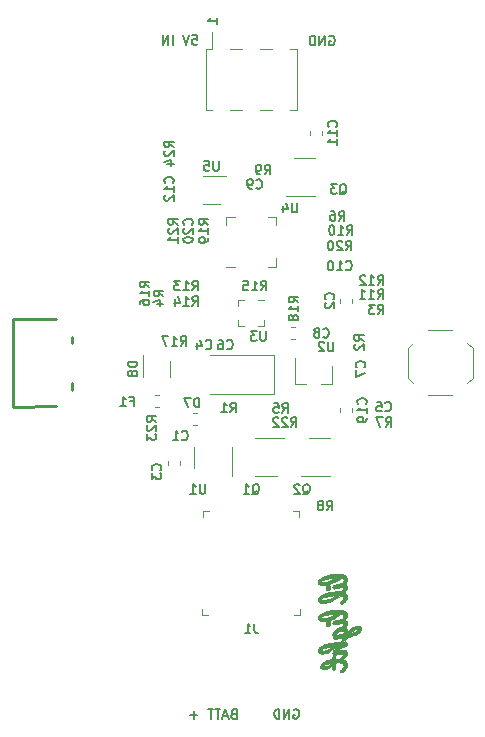
<source format=gbo>
G04 #@! TF.GenerationSoftware,KiCad,Pcbnew,(5.1.5-0-10_14)*
G04 #@! TF.CreationDate,2020-04-03T00:26:54-07:00*
G04 #@! TF.ProjectId,bike-light-board,62696b65-2d6c-4696-9768-742d626f6172,rev?*
G04 #@! TF.SameCoordinates,Original*
G04 #@! TF.FileFunction,Legend,Bot*
G04 #@! TF.FilePolarity,Positive*
%FSLAX46Y46*%
G04 Gerber Fmt 4.6, Leading zero omitted, Abs format (unit mm)*
G04 Created by KiCad (PCBNEW (5.1.5-0-10_14)) date 2020-04-03 00:26:54*
%MOMM*%
%LPD*%
G04 APERTURE LIST*
%ADD10C,0.150000*%
%ADD11C,0.010000*%
%ADD12C,0.120000*%
%ADD13C,0.100000*%
%ADD14C,0.254000*%
G04 APERTURE END LIST*
D10*
X164609522Y-133020508D02*
X164685713Y-132982412D01*
X164799999Y-132982412D01*
X164914284Y-133020508D01*
X164990475Y-133096698D01*
X165028570Y-133172888D01*
X165066665Y-133325269D01*
X165066665Y-133439555D01*
X165028570Y-133591936D01*
X164990475Y-133668127D01*
X164914284Y-133744317D01*
X164799999Y-133782412D01*
X164723808Y-133782412D01*
X164609522Y-133744317D01*
X164571427Y-133706222D01*
X164571427Y-133439555D01*
X164723808Y-133439555D01*
X164228570Y-133782412D02*
X164228570Y-132982412D01*
X163771427Y-133782412D01*
X163771427Y-132982412D01*
X163390475Y-133782412D02*
X163390475Y-132982412D01*
X163199999Y-132982412D01*
X163085713Y-133020508D01*
X163009522Y-133096698D01*
X162971427Y-133172888D01*
X162933332Y-133325269D01*
X162933332Y-133439555D01*
X162971427Y-133591936D01*
X163009522Y-133668127D01*
X163085713Y-133744317D01*
X163199999Y-133782412D01*
X163390475Y-133782412D01*
X159495237Y-133363365D02*
X159380951Y-133401460D01*
X159342856Y-133439555D01*
X159304760Y-133515746D01*
X159304760Y-133630031D01*
X159342856Y-133706222D01*
X159380951Y-133744317D01*
X159457141Y-133782412D01*
X159761903Y-133782412D01*
X159761903Y-132982412D01*
X159495237Y-132982412D01*
X159419046Y-133020508D01*
X159380951Y-133058603D01*
X159342856Y-133134793D01*
X159342856Y-133210984D01*
X159380951Y-133287174D01*
X159419046Y-133325269D01*
X159495237Y-133363365D01*
X159761903Y-133363365D01*
X158999999Y-133553841D02*
X158619046Y-133553841D01*
X159076189Y-133782412D02*
X158809522Y-132982412D01*
X158542856Y-133782412D01*
X158390475Y-132982412D02*
X157933332Y-132982412D01*
X158161903Y-133782412D02*
X158161903Y-132982412D01*
X157780951Y-132982412D02*
X157323808Y-132982412D01*
X157552379Y-133782412D02*
X157552379Y-132982412D01*
X156447618Y-133477650D02*
X155838094Y-133477650D01*
X156142856Y-133782412D02*
X156142856Y-133172888D01*
X167609522Y-76020508D02*
X167685713Y-75982412D01*
X167799999Y-75982412D01*
X167914284Y-76020508D01*
X167990475Y-76096698D01*
X168028570Y-76172888D01*
X168066665Y-76325269D01*
X168066665Y-76439555D01*
X168028570Y-76591936D01*
X167990475Y-76668127D01*
X167914284Y-76744317D01*
X167799999Y-76782412D01*
X167723808Y-76782412D01*
X167609522Y-76744317D01*
X167571427Y-76706222D01*
X167571427Y-76439555D01*
X167723808Y-76439555D01*
X167228570Y-76782412D02*
X167228570Y-75982412D01*
X166771427Y-76782412D01*
X166771427Y-75982412D01*
X166390475Y-76782412D02*
X166390475Y-75982412D01*
X166199999Y-75982412D01*
X166085713Y-76020508D01*
X166009522Y-76096698D01*
X165971427Y-76172888D01*
X165933332Y-76325269D01*
X165933332Y-76439555D01*
X165971427Y-76591936D01*
X166009522Y-76668127D01*
X166085713Y-76744317D01*
X166199999Y-76782412D01*
X166390475Y-76782412D01*
X156016665Y-75932412D02*
X156397618Y-75932412D01*
X156435713Y-76313365D01*
X156397618Y-76275269D01*
X156321427Y-76237174D01*
X156130951Y-76237174D01*
X156054760Y-76275269D01*
X156016665Y-76313365D01*
X155978570Y-76389555D01*
X155978570Y-76580031D01*
X156016665Y-76656222D01*
X156054760Y-76694317D01*
X156130951Y-76732412D01*
X156321427Y-76732412D01*
X156397618Y-76694317D01*
X156435713Y-76656222D01*
X155749999Y-75932412D02*
X155483332Y-76732412D01*
X155216665Y-75932412D01*
X154340475Y-76732412D02*
X154340475Y-75932412D01*
X153959522Y-76732412D02*
X153959522Y-75932412D01*
X153502379Y-76732412D01*
X153502379Y-75932412D01*
X158111903Y-74949079D02*
X158111903Y-74491936D01*
X158111903Y-74720508D02*
X157311903Y-74720508D01*
X157426189Y-74644317D01*
X157502379Y-74568127D01*
X157540475Y-74491936D01*
D11*
G36*
X167310415Y-125860943D02*
G01*
X167322326Y-125889941D01*
X167357086Y-125937937D01*
X167404738Y-125966232D01*
X167468561Y-125976651D01*
X167478303Y-125976788D01*
X167552442Y-125965820D01*
X167613433Y-125933363D01*
X167660153Y-125880087D01*
X167670001Y-125862561D01*
X167688354Y-125806697D01*
X167695616Y-125739765D01*
X167691653Y-125672491D01*
X167676329Y-125615596D01*
X167673194Y-125608920D01*
X167635821Y-125560085D01*
X167585332Y-125529210D01*
X167526787Y-125516514D01*
X167465248Y-125522213D01*
X167405774Y-125546525D01*
X167353425Y-125589669D01*
X167348833Y-125594961D01*
X167317122Y-125650171D01*
X167299645Y-125718506D01*
X167297158Y-125791564D01*
X167310415Y-125860943D01*
G37*
X167310415Y-125860943D02*
X167322326Y-125889941D01*
X167357086Y-125937937D01*
X167404738Y-125966232D01*
X167468561Y-125976651D01*
X167478303Y-125976788D01*
X167552442Y-125965820D01*
X167613433Y-125933363D01*
X167660153Y-125880087D01*
X167670001Y-125862561D01*
X167688354Y-125806697D01*
X167695616Y-125739765D01*
X167691653Y-125672491D01*
X167676329Y-125615596D01*
X167673194Y-125608920D01*
X167635821Y-125560085D01*
X167585332Y-125529210D01*
X167526787Y-125516514D01*
X167465248Y-125522213D01*
X167405774Y-125546525D01*
X167353425Y-125589669D01*
X167348833Y-125594961D01*
X167317122Y-125650171D01*
X167299645Y-125718506D01*
X167297158Y-125791564D01*
X167310415Y-125860943D01*
G36*
X167306040Y-122799025D02*
G01*
X167331465Y-122862130D01*
X167372527Y-122907409D01*
X167427708Y-122933186D01*
X167495028Y-122937820D01*
X167565414Y-122919931D01*
X167624488Y-122881382D01*
X167667516Y-122825356D01*
X167670227Y-122820003D01*
X167687030Y-122766876D01*
X167694423Y-122702319D01*
X167692256Y-122636733D01*
X167680375Y-122580518D01*
X167673946Y-122565085D01*
X167638019Y-122519732D01*
X167585813Y-122488227D01*
X167524220Y-122474018D01*
X167492641Y-122474419D01*
X167422729Y-122492507D01*
X167366803Y-122530793D01*
X167326411Y-122587329D01*
X167303099Y-122660167D01*
X167297772Y-122719775D01*
X167306040Y-122799025D01*
G37*
X167306040Y-122799025D02*
X167331465Y-122862130D01*
X167372527Y-122907409D01*
X167427708Y-122933186D01*
X167495028Y-122937820D01*
X167565414Y-122919931D01*
X167624488Y-122881382D01*
X167667516Y-122825356D01*
X167670227Y-122820003D01*
X167687030Y-122766876D01*
X167694423Y-122702319D01*
X167692256Y-122636733D01*
X167680375Y-122580518D01*
X167673946Y-122565085D01*
X167638019Y-122519732D01*
X167585813Y-122488227D01*
X167524220Y-122474018D01*
X167492641Y-122474419D01*
X167422729Y-122492507D01*
X167366803Y-122530793D01*
X167326411Y-122587329D01*
X167303099Y-122660167D01*
X167297772Y-122719775D01*
X167306040Y-122799025D01*
G36*
X166654795Y-123807843D02*
G01*
X166694799Y-123867010D01*
X166758190Y-123916866D01*
X166792309Y-123935458D01*
X166828586Y-123952492D01*
X166860015Y-123964151D01*
X166893192Y-123971666D01*
X166934706Y-123976269D01*
X166991152Y-123979194D01*
X167033954Y-123980625D01*
X167167273Y-123979421D01*
X167297560Y-123966753D01*
X167429582Y-123941556D01*
X167568100Y-123902771D01*
X167717879Y-123849333D01*
X167831605Y-123802799D01*
X168048029Y-123700677D01*
X168270007Y-123577174D01*
X168473330Y-123448165D01*
X168528232Y-123412026D01*
X168576470Y-123381676D01*
X168613771Y-123359698D01*
X168635859Y-123348679D01*
X168639112Y-123347887D01*
X168669282Y-123355261D01*
X168708959Y-123373934D01*
X168749560Y-123398732D01*
X168782501Y-123424480D01*
X168798371Y-123443891D01*
X168810720Y-123494179D01*
X168810713Y-123555973D01*
X168798930Y-123618915D01*
X168786715Y-123652338D01*
X168763272Y-123690243D01*
X168722402Y-123740758D01*
X168666674Y-123800832D01*
X168634594Y-123832959D01*
X168587345Y-123880913D01*
X168548499Y-123923543D01*
X168521228Y-123957143D01*
X168508701Y-123978010D01*
X168508239Y-123980565D01*
X168519423Y-124014417D01*
X168549690Y-124038834D01*
X168594112Y-124052665D01*
X168647761Y-124054758D01*
X168705709Y-124043963D01*
X168734612Y-124033435D01*
X168788222Y-124001888D01*
X168848231Y-123952673D01*
X168909853Y-123890926D01*
X168968302Y-123821781D01*
X169018792Y-123750375D01*
X169050585Y-123694371D01*
X169073260Y-123646944D01*
X169087366Y-123610385D01*
X169094862Y-123575615D01*
X169097710Y-123533560D01*
X169097874Y-123475528D01*
X169093999Y-123389722D01*
X169083859Y-123328439D01*
X169076883Y-123308015D01*
X169044887Y-123253770D01*
X168998803Y-123199057D01*
X168947042Y-123152934D01*
X168912330Y-123130810D01*
X168882638Y-123114119D01*
X168865505Y-123101501D01*
X168863839Y-123098752D01*
X168871851Y-123086711D01*
X168893245Y-123060838D01*
X168924051Y-123025854D01*
X168938149Y-123010335D01*
X168980018Y-122960468D01*
X169021105Y-122904629D01*
X169053156Y-122854107D01*
X169055624Y-122849638D01*
X169078048Y-122805548D01*
X169091041Y-122769443D01*
X169097111Y-122730793D01*
X169098766Y-122679069D01*
X169098789Y-122668438D01*
X169097575Y-122613109D01*
X169092575Y-122573812D01*
X169081753Y-122541237D01*
X169063370Y-122506583D01*
X169036751Y-122468584D01*
X169007901Y-122438101D01*
X168993520Y-122427673D01*
X168957778Y-122407692D01*
X168939442Y-122391985D01*
X168937925Y-122374344D01*
X168952638Y-122348561D01*
X168982321Y-122309304D01*
X169016349Y-122260314D01*
X169047600Y-122207250D01*
X169067787Y-122165096D01*
X169087199Y-122096019D01*
X169098249Y-122014345D01*
X169099991Y-121931767D01*
X169092163Y-121863123D01*
X169062617Y-121783358D01*
X169009991Y-121712408D01*
X168935273Y-121650966D01*
X168839449Y-121599726D01*
X168723506Y-121559380D01*
X168628889Y-121537612D01*
X168581594Y-121529750D01*
X168533681Y-121524389D01*
X168479930Y-121521321D01*
X168415120Y-121520340D01*
X168334033Y-121521238D01*
X168260589Y-121522987D01*
X168260589Y-121834409D01*
X168190739Y-121875823D01*
X168153899Y-121896351D01*
X168100329Y-121924503D01*
X168036273Y-121957074D01*
X167967976Y-121990858D01*
X167943089Y-122002925D01*
X167752316Y-122088020D01*
X167574078Y-122153081D01*
X167406132Y-122198729D01*
X167246236Y-122225590D01*
X167111239Y-122234169D01*
X167027732Y-122232623D01*
X166966800Y-122224997D01*
X166926201Y-122210624D01*
X166903691Y-122188834D01*
X166897716Y-122170501D01*
X166906196Y-122143028D01*
X166937541Y-122113536D01*
X166989354Y-122082675D01*
X167059241Y-122051095D01*
X167144807Y-122019448D01*
X167243656Y-121988382D01*
X167353394Y-121958550D01*
X167471625Y-121930600D01*
X167595954Y-121905184D01*
X167723986Y-121882953D01*
X167853325Y-121864556D01*
X167981577Y-121850643D01*
X168106347Y-121841867D01*
X168108189Y-121841777D01*
X168260589Y-121834409D01*
X168260589Y-121522987D01*
X167984427Y-121539721D01*
X167724759Y-121574649D01*
X167479994Y-121628126D01*
X167248543Y-121700508D01*
X167028818Y-121792151D01*
X167003289Y-121804399D01*
X166886475Y-121867182D01*
X166793781Y-121930670D01*
X166723937Y-121996308D01*
X166675671Y-122065545D01*
X166647716Y-122139828D01*
X166638799Y-122219746D01*
X166646973Y-122291550D01*
X166673111Y-122349180D01*
X166719635Y-122396175D01*
X166785694Y-122434559D01*
X166890861Y-122470635D01*
X167011657Y-122488594D01*
X167146418Y-122488918D01*
X167293474Y-122472088D01*
X167451161Y-122438588D01*
X167617809Y-122388900D01*
X167791753Y-122323505D01*
X167971326Y-122242886D01*
X168154859Y-122147526D01*
X168340688Y-122037907D01*
X168486757Y-121942404D01*
X168624025Y-121848709D01*
X168676490Y-121862836D01*
X168719346Y-121881386D01*
X168761325Y-121910139D01*
X168770996Y-121919005D01*
X168796251Y-121947500D01*
X168808761Y-121974402D01*
X168812819Y-122011013D01*
X168813039Y-122029674D01*
X168800435Y-122112752D01*
X168762966Y-122193746D01*
X168701148Y-122271599D01*
X168689623Y-122283119D01*
X168628889Y-122342151D01*
X168457734Y-122363529D01*
X168365142Y-122376896D01*
X168270972Y-122393706D01*
X168179796Y-122412858D01*
X168096187Y-122433248D01*
X168024719Y-122453772D01*
X167969964Y-122473326D01*
X167939733Y-122488524D01*
X167906668Y-122523364D01*
X167884594Y-122572155D01*
X167874259Y-122627580D01*
X167876410Y-122682320D01*
X167891796Y-122729058D01*
X167912541Y-122754515D01*
X167926096Y-122763650D01*
X167942528Y-122769582D01*
X167964896Y-122772005D01*
X167996260Y-122770620D01*
X168039677Y-122765122D01*
X168098209Y-122755209D01*
X168174913Y-122740580D01*
X168272849Y-122720931D01*
X168292339Y-122716966D01*
X168422306Y-122692894D01*
X168535331Y-122676928D01*
X168629971Y-122669140D01*
X168704783Y-122669601D01*
X168758325Y-122678382D01*
X168786246Y-122692631D01*
X168809377Y-122723680D01*
X168813640Y-122759640D01*
X168798288Y-122802278D01*
X168762574Y-122853357D01*
X168705753Y-122914644D01*
X168683116Y-122936581D01*
X168589293Y-123025704D01*
X168488441Y-123015512D01*
X168387955Y-123010308D01*
X168268291Y-123012300D01*
X168194039Y-123017038D01*
X168194039Y-123337042D01*
X168225186Y-123339227D01*
X168235990Y-123343985D01*
X168235189Y-123345453D01*
X168219769Y-123355970D01*
X168186215Y-123375529D01*
X168139010Y-123401616D01*
X168082637Y-123431716D01*
X168063739Y-123441606D01*
X167860505Y-123540259D01*
X167669808Y-123617858D01*
X167490501Y-123674747D01*
X167321440Y-123711271D01*
X167161476Y-123727775D01*
X167109428Y-123728888D01*
X167022527Y-123725361D01*
X166957533Y-123715029D01*
X166915058Y-123698260D01*
X166895718Y-123675424D01*
X166900127Y-123646889D01*
X166924042Y-123617450D01*
X166966665Y-123587732D01*
X167031769Y-123556322D01*
X167116557Y-123524017D01*
X167218231Y-123491616D01*
X167333994Y-123459913D01*
X167461050Y-123429707D01*
X167596601Y-123401794D01*
X167737850Y-123376972D01*
X167803389Y-123366896D01*
X167872807Y-123357797D01*
X167945820Y-123350083D01*
X168018440Y-123343952D01*
X168086676Y-123339603D01*
X168146539Y-123337234D01*
X168194039Y-123337042D01*
X168194039Y-123017038D01*
X168134430Y-123020843D01*
X167991354Y-123035291D01*
X167844043Y-123054998D01*
X167697480Y-123079319D01*
X167556644Y-123107609D01*
X167426518Y-123139222D01*
X167340227Y-123164318D01*
X167269816Y-123188393D01*
X167189446Y-123218748D01*
X167106000Y-123252514D01*
X167026364Y-123286822D01*
X166957423Y-123318802D01*
X166908039Y-123344451D01*
X166811929Y-123409008D01*
X166735016Y-123481454D01*
X166679233Y-123559506D01*
X166646516Y-123640877D01*
X166642848Y-123657679D01*
X166637652Y-123738390D01*
X166654795Y-123807843D01*
G37*
X166654795Y-123807843D02*
X166694799Y-123867010D01*
X166758190Y-123916866D01*
X166792309Y-123935458D01*
X166828586Y-123952492D01*
X166860015Y-123964151D01*
X166893192Y-123971666D01*
X166934706Y-123976269D01*
X166991152Y-123979194D01*
X167033954Y-123980625D01*
X167167273Y-123979421D01*
X167297560Y-123966753D01*
X167429582Y-123941556D01*
X167568100Y-123902771D01*
X167717879Y-123849333D01*
X167831605Y-123802799D01*
X168048029Y-123700677D01*
X168270007Y-123577174D01*
X168473330Y-123448165D01*
X168528232Y-123412026D01*
X168576470Y-123381676D01*
X168613771Y-123359698D01*
X168635859Y-123348679D01*
X168639112Y-123347887D01*
X168669282Y-123355261D01*
X168708959Y-123373934D01*
X168749560Y-123398732D01*
X168782501Y-123424480D01*
X168798371Y-123443891D01*
X168810720Y-123494179D01*
X168810713Y-123555973D01*
X168798930Y-123618915D01*
X168786715Y-123652338D01*
X168763272Y-123690243D01*
X168722402Y-123740758D01*
X168666674Y-123800832D01*
X168634594Y-123832959D01*
X168587345Y-123880913D01*
X168548499Y-123923543D01*
X168521228Y-123957143D01*
X168508701Y-123978010D01*
X168508239Y-123980565D01*
X168519423Y-124014417D01*
X168549690Y-124038834D01*
X168594112Y-124052665D01*
X168647761Y-124054758D01*
X168705709Y-124043963D01*
X168734612Y-124033435D01*
X168788222Y-124001888D01*
X168848231Y-123952673D01*
X168909853Y-123890926D01*
X168968302Y-123821781D01*
X169018792Y-123750375D01*
X169050585Y-123694371D01*
X169073260Y-123646944D01*
X169087366Y-123610385D01*
X169094862Y-123575615D01*
X169097710Y-123533560D01*
X169097874Y-123475528D01*
X169093999Y-123389722D01*
X169083859Y-123328439D01*
X169076883Y-123308015D01*
X169044887Y-123253770D01*
X168998803Y-123199057D01*
X168947042Y-123152934D01*
X168912330Y-123130810D01*
X168882638Y-123114119D01*
X168865505Y-123101501D01*
X168863839Y-123098752D01*
X168871851Y-123086711D01*
X168893245Y-123060838D01*
X168924051Y-123025854D01*
X168938149Y-123010335D01*
X168980018Y-122960468D01*
X169021105Y-122904629D01*
X169053156Y-122854107D01*
X169055624Y-122849638D01*
X169078048Y-122805548D01*
X169091041Y-122769443D01*
X169097111Y-122730793D01*
X169098766Y-122679069D01*
X169098789Y-122668438D01*
X169097575Y-122613109D01*
X169092575Y-122573812D01*
X169081753Y-122541237D01*
X169063370Y-122506583D01*
X169036751Y-122468584D01*
X169007901Y-122438101D01*
X168993520Y-122427673D01*
X168957778Y-122407692D01*
X168939442Y-122391985D01*
X168937925Y-122374344D01*
X168952638Y-122348561D01*
X168982321Y-122309304D01*
X169016349Y-122260314D01*
X169047600Y-122207250D01*
X169067787Y-122165096D01*
X169087199Y-122096019D01*
X169098249Y-122014345D01*
X169099991Y-121931767D01*
X169092163Y-121863123D01*
X169062617Y-121783358D01*
X169009991Y-121712408D01*
X168935273Y-121650966D01*
X168839449Y-121599726D01*
X168723506Y-121559380D01*
X168628889Y-121537612D01*
X168581594Y-121529750D01*
X168533681Y-121524389D01*
X168479930Y-121521321D01*
X168415120Y-121520340D01*
X168334033Y-121521238D01*
X168260589Y-121522987D01*
X168260589Y-121834409D01*
X168190739Y-121875823D01*
X168153899Y-121896351D01*
X168100329Y-121924503D01*
X168036273Y-121957074D01*
X167967976Y-121990858D01*
X167943089Y-122002925D01*
X167752316Y-122088020D01*
X167574078Y-122153081D01*
X167406132Y-122198729D01*
X167246236Y-122225590D01*
X167111239Y-122234169D01*
X167027732Y-122232623D01*
X166966800Y-122224997D01*
X166926201Y-122210624D01*
X166903691Y-122188834D01*
X166897716Y-122170501D01*
X166906196Y-122143028D01*
X166937541Y-122113536D01*
X166989354Y-122082675D01*
X167059241Y-122051095D01*
X167144807Y-122019448D01*
X167243656Y-121988382D01*
X167353394Y-121958550D01*
X167471625Y-121930600D01*
X167595954Y-121905184D01*
X167723986Y-121882953D01*
X167853325Y-121864556D01*
X167981577Y-121850643D01*
X168106347Y-121841867D01*
X168108189Y-121841777D01*
X168260589Y-121834409D01*
X168260589Y-121522987D01*
X167984427Y-121539721D01*
X167724759Y-121574649D01*
X167479994Y-121628126D01*
X167248543Y-121700508D01*
X167028818Y-121792151D01*
X167003289Y-121804399D01*
X166886475Y-121867182D01*
X166793781Y-121930670D01*
X166723937Y-121996308D01*
X166675671Y-122065545D01*
X166647716Y-122139828D01*
X166638799Y-122219746D01*
X166646973Y-122291550D01*
X166673111Y-122349180D01*
X166719635Y-122396175D01*
X166785694Y-122434559D01*
X166890861Y-122470635D01*
X167011657Y-122488594D01*
X167146418Y-122488918D01*
X167293474Y-122472088D01*
X167451161Y-122438588D01*
X167617809Y-122388900D01*
X167791753Y-122323505D01*
X167971326Y-122242886D01*
X168154859Y-122147526D01*
X168340688Y-122037907D01*
X168486757Y-121942404D01*
X168624025Y-121848709D01*
X168676490Y-121862836D01*
X168719346Y-121881386D01*
X168761325Y-121910139D01*
X168770996Y-121919005D01*
X168796251Y-121947500D01*
X168808761Y-121974402D01*
X168812819Y-122011013D01*
X168813039Y-122029674D01*
X168800435Y-122112752D01*
X168762966Y-122193746D01*
X168701148Y-122271599D01*
X168689623Y-122283119D01*
X168628889Y-122342151D01*
X168457734Y-122363529D01*
X168365142Y-122376896D01*
X168270972Y-122393706D01*
X168179796Y-122412858D01*
X168096187Y-122433248D01*
X168024719Y-122453772D01*
X167969964Y-122473326D01*
X167939733Y-122488524D01*
X167906668Y-122523364D01*
X167884594Y-122572155D01*
X167874259Y-122627580D01*
X167876410Y-122682320D01*
X167891796Y-122729058D01*
X167912541Y-122754515D01*
X167926096Y-122763650D01*
X167942528Y-122769582D01*
X167964896Y-122772005D01*
X167996260Y-122770620D01*
X168039677Y-122765122D01*
X168098209Y-122755209D01*
X168174913Y-122740580D01*
X168272849Y-122720931D01*
X168292339Y-122716966D01*
X168422306Y-122692894D01*
X168535331Y-122676928D01*
X168629971Y-122669140D01*
X168704783Y-122669601D01*
X168758325Y-122678382D01*
X168786246Y-122692631D01*
X168809377Y-122723680D01*
X168813640Y-122759640D01*
X168798288Y-122802278D01*
X168762574Y-122853357D01*
X168705753Y-122914644D01*
X168683116Y-122936581D01*
X168589293Y-123025704D01*
X168488441Y-123015512D01*
X168387955Y-123010308D01*
X168268291Y-123012300D01*
X168194039Y-123017038D01*
X168194039Y-123337042D01*
X168225186Y-123339227D01*
X168235990Y-123343985D01*
X168235189Y-123345453D01*
X168219769Y-123355970D01*
X168186215Y-123375529D01*
X168139010Y-123401616D01*
X168082637Y-123431716D01*
X168063739Y-123441606D01*
X167860505Y-123540259D01*
X167669808Y-123617858D01*
X167490501Y-123674747D01*
X167321440Y-123711271D01*
X167161476Y-123727775D01*
X167109428Y-123728888D01*
X167022527Y-123725361D01*
X166957533Y-123715029D01*
X166915058Y-123698260D01*
X166895718Y-123675424D01*
X166900127Y-123646889D01*
X166924042Y-123617450D01*
X166966665Y-123587732D01*
X167031769Y-123556322D01*
X167116557Y-123524017D01*
X167218231Y-123491616D01*
X167333994Y-123459913D01*
X167461050Y-123429707D01*
X167596601Y-123401794D01*
X167737850Y-123376972D01*
X167803389Y-123366896D01*
X167872807Y-123357797D01*
X167945820Y-123350083D01*
X168018440Y-123343952D01*
X168086676Y-123339603D01*
X168146539Y-123337234D01*
X168194039Y-123337042D01*
X168194039Y-123017038D01*
X168134430Y-123020843D01*
X167991354Y-123035291D01*
X167844043Y-123054998D01*
X167697480Y-123079319D01*
X167556644Y-123107609D01*
X167426518Y-123139222D01*
X167340227Y-123164318D01*
X167269816Y-123188393D01*
X167189446Y-123218748D01*
X167106000Y-123252514D01*
X167026364Y-123286822D01*
X166957423Y-123318802D01*
X166908039Y-123344451D01*
X166811929Y-123409008D01*
X166735016Y-123481454D01*
X166679233Y-123559506D01*
X166646516Y-123640877D01*
X166642848Y-123657679D01*
X166637652Y-123738390D01*
X166654795Y-123807843D01*
G36*
X166647428Y-128084830D02*
G01*
X166677971Y-128149553D01*
X166730676Y-128204011D01*
X166806605Y-128249688D01*
X166812789Y-128252582D01*
X166844280Y-128265638D01*
X166875154Y-128274043D01*
X166912085Y-128278677D01*
X166961747Y-128280423D01*
X167022339Y-128280259D01*
X167099385Y-128278059D01*
X167161144Y-128272453D01*
X167217646Y-128262077D01*
X167278921Y-128245571D01*
X167279918Y-128245273D01*
X167413739Y-128195867D01*
X167557050Y-128125504D01*
X167707471Y-128035683D01*
X167862624Y-127927903D01*
X168020131Y-127803665D01*
X168125644Y-127712098D01*
X168219300Y-127627788D01*
X168347894Y-127628790D01*
X168399085Y-127629820D01*
X168436832Y-127631821D01*
X168456801Y-127634477D01*
X168457439Y-127636734D01*
X168419885Y-127652873D01*
X168367867Y-127678378D01*
X168308607Y-127709390D01*
X168249328Y-127742052D01*
X168197252Y-127772507D01*
X168166365Y-127792190D01*
X168108621Y-127836771D01*
X168049029Y-127891861D01*
X167993241Y-127951400D01*
X167946909Y-128009330D01*
X167915685Y-128059590D01*
X167914346Y-128062377D01*
X167886956Y-128139259D01*
X167877521Y-128211964D01*
X167885652Y-128276501D01*
X167910963Y-128328883D01*
X167943218Y-128359290D01*
X167975864Y-128372566D01*
X168023643Y-128378716D01*
X168088201Y-128377602D01*
X168171181Y-128369086D01*
X168274230Y-128353028D01*
X168398993Y-128329291D01*
X168466762Y-128315195D01*
X168571663Y-128294602D01*
X168654634Y-128282567D01*
X168717744Y-128279338D01*
X168763066Y-128285161D01*
X168792671Y-128300284D01*
X168808629Y-128324955D01*
X168813039Y-128356504D01*
X168803647Y-128398237D01*
X168774829Y-128447515D01*
X168725621Y-128505606D01*
X168655062Y-128573781D01*
X168633762Y-128592733D01*
X168592483Y-128629664D01*
X168558200Y-128661644D01*
X168535662Y-128684176D01*
X168529832Y-128691158D01*
X168517973Y-128697856D01*
X168490370Y-128702599D01*
X168444354Y-128705596D01*
X168377257Y-128707059D01*
X168325098Y-128707288D01*
X168130520Y-128707288D01*
X168122070Y-128621563D01*
X168115943Y-128568805D01*
X168108466Y-128535083D01*
X168096960Y-128514067D01*
X168078744Y-128499427D01*
X168067748Y-128493289D01*
X168025130Y-128480779D01*
X167975894Y-128480698D01*
X167927983Y-128491329D01*
X167889339Y-128510954D01*
X167868428Y-128536406D01*
X167864511Y-128558838D01*
X167861687Y-128598327D01*
X167860541Y-128646534D01*
X167860539Y-128648997D01*
X167860538Y-128741029D01*
X167764118Y-128760354D01*
X167764118Y-129064918D01*
X167788277Y-129065448D01*
X167795271Y-129072902D01*
X167787020Y-129087696D01*
X167765446Y-129110244D01*
X167736895Y-129136893D01*
X167689177Y-129177973D01*
X167637476Y-129218153D01*
X167592294Y-129249311D01*
X167588745Y-129251493D01*
X167469534Y-129311620D01*
X167348829Y-129347598D01*
X167222746Y-129360565D01*
X167216484Y-129360628D01*
X167156641Y-129359962D01*
X167116907Y-129356589D01*
X167092065Y-129349747D01*
X167078654Y-129340529D01*
X167064277Y-129312668D01*
X167074213Y-129283093D01*
X167107467Y-129252288D01*
X167163047Y-129220738D01*
X167239961Y-129188928D01*
X167337215Y-129157344D01*
X167453817Y-129126470D01*
X167569443Y-129100726D01*
X167656622Y-129082972D01*
X167720873Y-129070898D01*
X167764118Y-129064918D01*
X167764118Y-128760354D01*
X167717663Y-128769666D01*
X167544239Y-128810484D01*
X167385773Y-128860024D01*
X167243626Y-128917425D01*
X167119159Y-128981820D01*
X167013731Y-129052346D01*
X166928705Y-129128140D01*
X166865439Y-129208337D01*
X166825295Y-129292074D01*
X166812771Y-129344329D01*
X166813823Y-129407911D01*
X166833186Y-129469786D01*
X166867470Y-129521357D01*
X166890563Y-129541594D01*
X166975659Y-129586257D01*
X167074116Y-129610391D01*
X167186800Y-129614161D01*
X167244818Y-129608959D01*
X167389669Y-129580211D01*
X167522912Y-129530682D01*
X167647627Y-129458901D01*
X167766891Y-129363396D01*
X167775986Y-129354970D01*
X167860539Y-129275875D01*
X167860539Y-129448335D01*
X167860763Y-129517745D01*
X167861856Y-129566083D01*
X167864447Y-129597674D01*
X167869167Y-129616845D01*
X167876645Y-129627921D01*
X167887510Y-129635228D01*
X167887769Y-129635367D01*
X167925666Y-129644383D01*
X167972971Y-129641295D01*
X168017784Y-129627818D01*
X168041168Y-129613239D01*
X168066421Y-129586252D01*
X168085856Y-129553320D01*
X168100344Y-129510734D01*
X168110757Y-129454789D01*
X168117967Y-129381778D01*
X168122845Y-129287995D01*
X168123766Y-129261964D01*
X168127430Y-129175260D01*
X168131996Y-129107569D01*
X168137282Y-129060821D01*
X168143108Y-129036948D01*
X168144977Y-129034507D01*
X168165530Y-129029588D01*
X168205840Y-129026536D01*
X168260337Y-129025295D01*
X168323451Y-129025806D01*
X168389612Y-129028013D01*
X168453251Y-129031858D01*
X168508797Y-129037283D01*
X168516845Y-129038333D01*
X168616367Y-129057687D01*
X168693451Y-129086311D01*
X168749803Y-129125581D01*
X168787127Y-129176872D01*
X168807128Y-129241560D01*
X168810944Y-129275624D01*
X168811580Y-129333916D01*
X168803782Y-129384580D01*
X168785162Y-129432399D01*
X168753334Y-129482157D01*
X168705907Y-129538637D01*
X168650937Y-129596120D01*
X168592959Y-129655293D01*
X168551541Y-129699886D01*
X168525000Y-129732996D01*
X168511657Y-129757720D01*
X168509828Y-129777155D01*
X168517834Y-129794396D01*
X168533639Y-129812188D01*
X168557910Y-129828531D01*
X168593329Y-129836215D01*
X168629394Y-129837588D01*
X168698151Y-129829210D01*
X168764514Y-129802975D01*
X168830907Y-129757233D01*
X168899755Y-129690334D01*
X168969184Y-129606282D01*
X169037178Y-129502501D01*
X169081042Y-129399329D01*
X169101702Y-129293217D01*
X169100085Y-129180616D01*
X169093169Y-129131583D01*
X169064069Y-129026795D01*
X169015691Y-128938342D01*
X168947214Y-128865109D01*
X168857816Y-128805982D01*
X168850640Y-128802285D01*
X168785729Y-128769392D01*
X168869230Y-128684365D01*
X168946419Y-128601297D01*
X169004719Y-128527775D01*
X169046810Y-128459933D01*
X169075374Y-128393903D01*
X169079541Y-128381088D01*
X169101713Y-128280024D01*
X169102836Y-128189820D01*
X169083099Y-128111774D01*
X169042693Y-128047181D01*
X169028599Y-128032535D01*
X168984517Y-127998794D01*
X168932441Y-127975738D01*
X168869489Y-127963152D01*
X168792779Y-127960818D01*
X168699428Y-127968523D01*
X168586553Y-127986049D01*
X168535778Y-127995666D01*
X168473180Y-128006793D01*
X168412427Y-128015513D01*
X168362453Y-128020635D01*
X168342205Y-128021488D01*
X168304328Y-128020039D01*
X168285583Y-128014086D01*
X168279789Y-128001217D01*
X168279639Y-127997077D01*
X168291442Y-127967376D01*
X168325003Y-127932513D01*
X168377547Y-127893914D01*
X168446300Y-127853001D01*
X168528487Y-127811198D01*
X168621335Y-127769929D01*
X168722069Y-127730618D01*
X168827915Y-127694688D01*
X168922565Y-127667137D01*
X168962989Y-127650024D01*
X169007153Y-127622181D01*
X169027732Y-127605532D01*
X169062151Y-127569869D01*
X169082385Y-127533603D01*
X169095089Y-127486645D01*
X169103026Y-127426202D01*
X169097142Y-127380646D01*
X169075015Y-127347471D01*
X169034224Y-127324173D01*
X168972348Y-127308245D01*
X168914848Y-127300100D01*
X168836906Y-127291238D01*
X168980547Y-127082420D01*
X169124189Y-126873603D01*
X169257799Y-126845810D01*
X169457530Y-126799561D01*
X169637030Y-126748251D01*
X169795570Y-126692240D01*
X169932422Y-126631885D01*
X170046859Y-126567543D01*
X170138151Y-126499572D01*
X170205571Y-126428330D01*
X170245780Y-126360456D01*
X170263967Y-126306367D01*
X170276397Y-126246271D01*
X170281567Y-126190004D01*
X170278188Y-126148238D01*
X170253141Y-126069334D01*
X170220449Y-126010168D01*
X170176348Y-125965374D01*
X170129066Y-125935623D01*
X170090091Y-125919479D01*
X170045674Y-125911055D01*
X169986331Y-125908617D01*
X169981439Y-125908625D01*
X169922210Y-125914248D01*
X169922210Y-126163125D01*
X169963145Y-126164098D01*
X169988897Y-126172846D01*
X170008229Y-126191283D01*
X170025311Y-126225471D01*
X170019672Y-126260328D01*
X169990589Y-126298659D01*
X169977304Y-126311149D01*
X169925948Y-126348579D01*
X169856605Y-126387134D01*
X169776245Y-126423208D01*
X169721089Y-126443724D01*
X169661770Y-126462959D01*
X169598204Y-126481933D01*
X169535251Y-126499394D01*
X169477774Y-126514091D01*
X169430635Y-126524772D01*
X169398697Y-126530187D01*
X169387100Y-126529682D01*
X169391916Y-126517779D01*
X169412478Y-126492901D01*
X169445152Y-126458495D01*
X169486304Y-126418005D01*
X169532301Y-126374876D01*
X169579507Y-126332552D01*
X169624288Y-126294479D01*
X169663012Y-126264102D01*
X169679442Y-126252560D01*
X169765953Y-126202946D01*
X169846109Y-126173775D01*
X169922210Y-126163125D01*
X169922210Y-125914248D01*
X169881029Y-125918158D01*
X169780055Y-125946558D01*
X169677292Y-125994651D01*
X169571514Y-126063259D01*
X169461493Y-126153205D01*
X169346005Y-126265314D01*
X169223823Y-126400408D01*
X169190414Y-126439870D01*
X169144695Y-126493111D01*
X169102699Y-126539379D01*
X169067880Y-126575063D01*
X169043691Y-126596555D01*
X169036239Y-126600997D01*
X169002153Y-126609350D01*
X168989896Y-126605089D01*
X168998580Y-126586818D01*
X169014685Y-126567166D01*
X169057233Y-126513262D01*
X169082833Y-126463956D01*
X169095254Y-126409232D01*
X169098284Y-126345088D01*
X169093948Y-126272376D01*
X169078406Y-126215032D01*
X169047862Y-126164284D01*
X168998517Y-126111358D01*
X168996123Y-126109095D01*
X168941092Y-126057252D01*
X168993184Y-125988445D01*
X169024879Y-125943127D01*
X169053600Y-125896240D01*
X169069458Y-125865650D01*
X169095079Y-125785011D01*
X169102327Y-125703267D01*
X169092296Y-125625077D01*
X169066081Y-125555103D01*
X169024778Y-125498005D01*
X168974307Y-125460809D01*
X168946108Y-125445996D01*
X168929668Y-125436468D01*
X168928733Y-125435759D01*
X168933348Y-125424316D01*
X168950115Y-125398210D01*
X168975557Y-125362803D01*
X168979060Y-125358141D01*
X169037192Y-125270467D01*
X169074739Y-125186213D01*
X169094240Y-125098288D01*
X169098553Y-125024288D01*
X169094299Y-124937837D01*
X169079371Y-124868725D01*
X169051159Y-124810203D01*
X169007053Y-124755523D01*
X168986877Y-124735570D01*
X168916125Y-124682387D01*
X168825149Y-124635963D01*
X168718700Y-124598426D01*
X168635239Y-124578115D01*
X168577983Y-124570328D01*
X168500922Y-124565219D01*
X168409505Y-124562733D01*
X168309178Y-124562813D01*
X168226725Y-124564871D01*
X168226725Y-124874799D01*
X168250747Y-124875615D01*
X168254239Y-124877225D01*
X168243852Y-124885412D01*
X168215670Y-124903112D01*
X168174163Y-124927607D01*
X168130414Y-124952486D01*
X167992476Y-125024791D01*
X167847430Y-125091896D01*
X167701466Y-125151338D01*
X167560778Y-125200653D01*
X167431559Y-125237380D01*
X167390639Y-125246710D01*
X167319196Y-125259049D01*
X167238417Y-125268623D01*
X167155973Y-125274919D01*
X167079537Y-125277422D01*
X167016782Y-125275621D01*
X166994563Y-125273197D01*
X166940304Y-125260893D01*
X166908854Y-125242673D01*
X166897950Y-125216702D01*
X166900324Y-125196651D01*
X166919119Y-125169084D01*
X166960672Y-125139381D01*
X167022503Y-125108281D01*
X167102134Y-125076521D01*
X167197086Y-125044839D01*
X167304879Y-125013973D01*
X167423035Y-124984660D01*
X167549073Y-124957638D01*
X167680516Y-124933644D01*
X167814884Y-124913417D01*
X167879589Y-124905275D01*
X167967563Y-124895450D01*
X168049781Y-124887227D01*
X168122725Y-124880868D01*
X168182879Y-124876638D01*
X168226725Y-124874799D01*
X168226725Y-124564871D01*
X168205390Y-124565404D01*
X168103587Y-124570449D01*
X168009219Y-124577894D01*
X167945339Y-124585187D01*
X167733761Y-124618002D01*
X167542540Y-124657232D01*
X167367163Y-124704128D01*
X167203116Y-124759940D01*
X167045889Y-124825921D01*
X167001650Y-124846784D01*
X166886142Y-124908703D01*
X166794632Y-124971628D01*
X166725718Y-125036739D01*
X166678000Y-125105216D01*
X166666589Y-125128930D01*
X166644978Y-125199501D01*
X166638448Y-125270915D01*
X166647289Y-125334983D01*
X166658309Y-125363167D01*
X166695547Y-125413074D01*
X166750623Y-125459019D01*
X166816046Y-125495141D01*
X166837786Y-125503613D01*
X166888367Y-125515259D01*
X166957843Y-125522902D01*
X167040026Y-125526552D01*
X167128730Y-125526216D01*
X167217768Y-125521904D01*
X167300953Y-125513623D01*
X167365239Y-125502883D01*
X167528744Y-125460184D01*
X167703997Y-125399725D01*
X167886755Y-125323482D01*
X168072776Y-125233430D01*
X168257817Y-125131544D01*
X168437637Y-125019800D01*
X168514251Y-124967851D01*
X168567049Y-124932160D01*
X168605590Y-124910281D01*
X168635793Y-124900598D01*
X168663582Y-124901497D01*
X168694876Y-124911363D01*
X168705506Y-124915693D01*
X168762027Y-124948014D01*
X168796521Y-124990373D01*
X168811588Y-125046606D01*
X168812760Y-125073767D01*
X168806346Y-125138923D01*
X168785764Y-125198559D01*
X168748184Y-125258639D01*
X168696037Y-125319563D01*
X168659427Y-125357003D01*
X168632722Y-125378995D01*
X168609461Y-125389514D01*
X168583181Y-125392535D01*
X168577328Y-125392590D01*
X168524924Y-125395581D01*
X168456916Y-125403861D01*
X168378153Y-125416391D01*
X168293484Y-125432137D01*
X168207757Y-125450061D01*
X168125823Y-125469128D01*
X168052529Y-125488300D01*
X167992725Y-125506542D01*
X167951260Y-125522816D01*
X167940720Y-125528657D01*
X167907885Y-125562657D01*
X167885571Y-125610387D01*
X167874394Y-125664925D01*
X167874968Y-125719347D01*
X167887911Y-125766732D01*
X167913837Y-125800155D01*
X167916415Y-125801968D01*
X167942353Y-125809701D01*
X167987396Y-125810373D01*
X168052799Y-125803854D01*
X168139819Y-125790014D01*
X168249710Y-125768724D01*
X168260589Y-125766475D01*
X168373933Y-125744926D01*
X168479776Y-125728648D01*
X168574941Y-125717893D01*
X168656253Y-125712915D01*
X168720539Y-125713965D01*
X168764622Y-125721297D01*
X168774939Y-125725525D01*
X168803654Y-125752939D01*
X168812185Y-125791541D01*
X168801361Y-125838250D01*
X168772010Y-125889985D01*
X168724961Y-125943665D01*
X168713309Y-125954536D01*
X168681331Y-125980058D01*
X168655779Y-125992164D01*
X168655779Y-126332388D01*
X168723722Y-126335496D01*
X168772074Y-126345848D01*
X168805997Y-126364986D01*
X168822160Y-126382087D01*
X168836178Y-126419057D01*
X168834257Y-126465930D01*
X168816956Y-126513298D01*
X168814065Y-126518253D01*
X168792355Y-126545820D01*
X168761413Y-126570149D01*
X168718516Y-126592244D01*
X168660945Y-126613107D01*
X168585978Y-126633742D01*
X168490895Y-126655153D01*
X168387182Y-126675667D01*
X168308580Y-126690239D01*
X168238742Y-126702618D01*
X168181394Y-126712189D01*
X168140259Y-126718339D01*
X168119065Y-126720454D01*
X168117063Y-126720145D01*
X168113933Y-126701272D01*
X168121054Y-126667432D01*
X168136148Y-126625755D01*
X168156942Y-126583371D01*
X168165000Y-126569917D01*
X168222569Y-126500731D01*
X168299661Y-126440218D01*
X168391169Y-126390852D01*
X168491986Y-126355104D01*
X168597004Y-126335446D01*
X168655779Y-126332388D01*
X168655779Y-125992164D01*
X168649637Y-125995075D01*
X168607811Y-126003725D01*
X168581932Y-126006744D01*
X168444374Y-126033486D01*
X168312258Y-126084564D01*
X168187198Y-126159204D01*
X168080068Y-126247722D01*
X167998354Y-126338398D01*
X167935774Y-126435771D01*
X167894344Y-126536074D01*
X167876594Y-126628267D01*
X167873634Y-126692557D01*
X167877866Y-126736878D01*
X167890684Y-126765992D01*
X167913485Y-126784659D01*
X167923877Y-126789521D01*
X167943479Y-126798750D01*
X167954895Y-126810421D01*
X167960336Y-126830867D01*
X167962016Y-126866425D01*
X167962138Y-126899078D01*
X167963332Y-126950582D01*
X167967978Y-126983891D01*
X167977676Y-127006145D01*
X167989176Y-127019825D01*
X167998913Y-127028667D01*
X168010079Y-127035274D01*
X168025272Y-127039436D01*
X168047089Y-127040942D01*
X168078127Y-127039581D01*
X168120983Y-127035141D01*
X168178255Y-127027412D01*
X168252540Y-127016181D01*
X168346435Y-127001239D01*
X168462538Y-126982374D01*
X168475143Y-126980317D01*
X168561527Y-126966455D01*
X168639339Y-126954425D01*
X168705163Y-126944717D01*
X168755585Y-126937821D01*
X168787193Y-126934229D01*
X168796687Y-126934103D01*
X168791673Y-126945745D01*
X168774078Y-126973592D01*
X168746615Y-127013570D01*
X168712000Y-127061608D01*
X168709133Y-127065501D01*
X168668624Y-127120731D01*
X168629493Y-127174624D01*
X168596535Y-127220548D01*
X168576567Y-127248923D01*
X168536946Y-127306337D01*
X168316217Y-127314317D01*
X168118658Y-127326196D01*
X167923775Y-127347042D01*
X167847518Y-127358744D01*
X167847518Y-127666170D01*
X167879589Y-127666452D01*
X167847839Y-127692436D01*
X167824082Y-127710325D01*
X167785207Y-127737950D01*
X167737285Y-127771044D01*
X167701789Y-127795058D01*
X167609295Y-127854545D01*
X167526855Y-127901267D01*
X167445778Y-127939603D01*
X167357376Y-127973931D01*
X167323614Y-127985635D01*
X167259811Y-128005689D01*
X167206208Y-128017900D01*
X167151238Y-128024192D01*
X167083333Y-128026489D01*
X167077708Y-128026551D01*
X167016824Y-128026491D01*
X166975715Y-128024313D01*
X166948785Y-128019192D01*
X166930442Y-128010305D01*
X166922133Y-128003644D01*
X166900020Y-127975110D01*
X166898933Y-127947206D01*
X166919786Y-127918934D01*
X166963493Y-127889293D01*
X167030969Y-127857285D01*
X167070717Y-127841309D01*
X167133955Y-127819353D01*
X167213274Y-127795568D01*
X167303959Y-127771017D01*
X167401294Y-127746762D01*
X167500565Y-127723867D01*
X167597057Y-127703394D01*
X167686055Y-127686407D01*
X167762845Y-127673969D01*
X167822711Y-127667142D01*
X167847518Y-127666170D01*
X167847518Y-127358744D01*
X167734116Y-127376147D01*
X167552228Y-127412802D01*
X167380658Y-127456301D01*
X167221955Y-127505933D01*
X167078665Y-127560992D01*
X166953337Y-127620769D01*
X166848517Y-127684556D01*
X166776431Y-127742348D01*
X166710727Y-127812249D01*
X166667271Y-127879681D01*
X166643829Y-127948938D01*
X166637986Y-128008360D01*
X166647428Y-128084830D01*
G37*
X166647428Y-128084830D02*
X166677971Y-128149553D01*
X166730676Y-128204011D01*
X166806605Y-128249688D01*
X166812789Y-128252582D01*
X166844280Y-128265638D01*
X166875154Y-128274043D01*
X166912085Y-128278677D01*
X166961747Y-128280423D01*
X167022339Y-128280259D01*
X167099385Y-128278059D01*
X167161144Y-128272453D01*
X167217646Y-128262077D01*
X167278921Y-128245571D01*
X167279918Y-128245273D01*
X167413739Y-128195867D01*
X167557050Y-128125504D01*
X167707471Y-128035683D01*
X167862624Y-127927903D01*
X168020131Y-127803665D01*
X168125644Y-127712098D01*
X168219300Y-127627788D01*
X168347894Y-127628790D01*
X168399085Y-127629820D01*
X168436832Y-127631821D01*
X168456801Y-127634477D01*
X168457439Y-127636734D01*
X168419885Y-127652873D01*
X168367867Y-127678378D01*
X168308607Y-127709390D01*
X168249328Y-127742052D01*
X168197252Y-127772507D01*
X168166365Y-127792190D01*
X168108621Y-127836771D01*
X168049029Y-127891861D01*
X167993241Y-127951400D01*
X167946909Y-128009330D01*
X167915685Y-128059590D01*
X167914346Y-128062377D01*
X167886956Y-128139259D01*
X167877521Y-128211964D01*
X167885652Y-128276501D01*
X167910963Y-128328883D01*
X167943218Y-128359290D01*
X167975864Y-128372566D01*
X168023643Y-128378716D01*
X168088201Y-128377602D01*
X168171181Y-128369086D01*
X168274230Y-128353028D01*
X168398993Y-128329291D01*
X168466762Y-128315195D01*
X168571663Y-128294602D01*
X168654634Y-128282567D01*
X168717744Y-128279338D01*
X168763066Y-128285161D01*
X168792671Y-128300284D01*
X168808629Y-128324955D01*
X168813039Y-128356504D01*
X168803647Y-128398237D01*
X168774829Y-128447515D01*
X168725621Y-128505606D01*
X168655062Y-128573781D01*
X168633762Y-128592733D01*
X168592483Y-128629664D01*
X168558200Y-128661644D01*
X168535662Y-128684176D01*
X168529832Y-128691158D01*
X168517973Y-128697856D01*
X168490370Y-128702599D01*
X168444354Y-128705596D01*
X168377257Y-128707059D01*
X168325098Y-128707288D01*
X168130520Y-128707288D01*
X168122070Y-128621563D01*
X168115943Y-128568805D01*
X168108466Y-128535083D01*
X168096960Y-128514067D01*
X168078744Y-128499427D01*
X168067748Y-128493289D01*
X168025130Y-128480779D01*
X167975894Y-128480698D01*
X167927983Y-128491329D01*
X167889339Y-128510954D01*
X167868428Y-128536406D01*
X167864511Y-128558838D01*
X167861687Y-128598327D01*
X167860541Y-128646534D01*
X167860539Y-128648997D01*
X167860538Y-128741029D01*
X167764118Y-128760354D01*
X167764118Y-129064918D01*
X167788277Y-129065448D01*
X167795271Y-129072902D01*
X167787020Y-129087696D01*
X167765446Y-129110244D01*
X167736895Y-129136893D01*
X167689177Y-129177973D01*
X167637476Y-129218153D01*
X167592294Y-129249311D01*
X167588745Y-129251493D01*
X167469534Y-129311620D01*
X167348829Y-129347598D01*
X167222746Y-129360565D01*
X167216484Y-129360628D01*
X167156641Y-129359962D01*
X167116907Y-129356589D01*
X167092065Y-129349747D01*
X167078654Y-129340529D01*
X167064277Y-129312668D01*
X167074213Y-129283093D01*
X167107467Y-129252288D01*
X167163047Y-129220738D01*
X167239961Y-129188928D01*
X167337215Y-129157344D01*
X167453817Y-129126470D01*
X167569443Y-129100726D01*
X167656622Y-129082972D01*
X167720873Y-129070898D01*
X167764118Y-129064918D01*
X167764118Y-128760354D01*
X167717663Y-128769666D01*
X167544239Y-128810484D01*
X167385773Y-128860024D01*
X167243626Y-128917425D01*
X167119159Y-128981820D01*
X167013731Y-129052346D01*
X166928705Y-129128140D01*
X166865439Y-129208337D01*
X166825295Y-129292074D01*
X166812771Y-129344329D01*
X166813823Y-129407911D01*
X166833186Y-129469786D01*
X166867470Y-129521357D01*
X166890563Y-129541594D01*
X166975659Y-129586257D01*
X167074116Y-129610391D01*
X167186800Y-129614161D01*
X167244818Y-129608959D01*
X167389669Y-129580211D01*
X167522912Y-129530682D01*
X167647627Y-129458901D01*
X167766891Y-129363396D01*
X167775986Y-129354970D01*
X167860539Y-129275875D01*
X167860539Y-129448335D01*
X167860763Y-129517745D01*
X167861856Y-129566083D01*
X167864447Y-129597674D01*
X167869167Y-129616845D01*
X167876645Y-129627921D01*
X167887510Y-129635228D01*
X167887769Y-129635367D01*
X167925666Y-129644383D01*
X167972971Y-129641295D01*
X168017784Y-129627818D01*
X168041168Y-129613239D01*
X168066421Y-129586252D01*
X168085856Y-129553320D01*
X168100344Y-129510734D01*
X168110757Y-129454789D01*
X168117967Y-129381778D01*
X168122845Y-129287995D01*
X168123766Y-129261964D01*
X168127430Y-129175260D01*
X168131996Y-129107569D01*
X168137282Y-129060821D01*
X168143108Y-129036948D01*
X168144977Y-129034507D01*
X168165530Y-129029588D01*
X168205840Y-129026536D01*
X168260337Y-129025295D01*
X168323451Y-129025806D01*
X168389612Y-129028013D01*
X168453251Y-129031858D01*
X168508797Y-129037283D01*
X168516845Y-129038333D01*
X168616367Y-129057687D01*
X168693451Y-129086311D01*
X168749803Y-129125581D01*
X168787127Y-129176872D01*
X168807128Y-129241560D01*
X168810944Y-129275624D01*
X168811580Y-129333916D01*
X168803782Y-129384580D01*
X168785162Y-129432399D01*
X168753334Y-129482157D01*
X168705907Y-129538637D01*
X168650937Y-129596120D01*
X168592959Y-129655293D01*
X168551541Y-129699886D01*
X168525000Y-129732996D01*
X168511657Y-129757720D01*
X168509828Y-129777155D01*
X168517834Y-129794396D01*
X168533639Y-129812188D01*
X168557910Y-129828531D01*
X168593329Y-129836215D01*
X168629394Y-129837588D01*
X168698151Y-129829210D01*
X168764514Y-129802975D01*
X168830907Y-129757233D01*
X168899755Y-129690334D01*
X168969184Y-129606282D01*
X169037178Y-129502501D01*
X169081042Y-129399329D01*
X169101702Y-129293217D01*
X169100085Y-129180616D01*
X169093169Y-129131583D01*
X169064069Y-129026795D01*
X169015691Y-128938342D01*
X168947214Y-128865109D01*
X168857816Y-128805982D01*
X168850640Y-128802285D01*
X168785729Y-128769392D01*
X168869230Y-128684365D01*
X168946419Y-128601297D01*
X169004719Y-128527775D01*
X169046810Y-128459933D01*
X169075374Y-128393903D01*
X169079541Y-128381088D01*
X169101713Y-128280024D01*
X169102836Y-128189820D01*
X169083099Y-128111774D01*
X169042693Y-128047181D01*
X169028599Y-128032535D01*
X168984517Y-127998794D01*
X168932441Y-127975738D01*
X168869489Y-127963152D01*
X168792779Y-127960818D01*
X168699428Y-127968523D01*
X168586553Y-127986049D01*
X168535778Y-127995666D01*
X168473180Y-128006793D01*
X168412427Y-128015513D01*
X168362453Y-128020635D01*
X168342205Y-128021488D01*
X168304328Y-128020039D01*
X168285583Y-128014086D01*
X168279789Y-128001217D01*
X168279639Y-127997077D01*
X168291442Y-127967376D01*
X168325003Y-127932513D01*
X168377547Y-127893914D01*
X168446300Y-127853001D01*
X168528487Y-127811198D01*
X168621335Y-127769929D01*
X168722069Y-127730618D01*
X168827915Y-127694688D01*
X168922565Y-127667137D01*
X168962989Y-127650024D01*
X169007153Y-127622181D01*
X169027732Y-127605532D01*
X169062151Y-127569869D01*
X169082385Y-127533603D01*
X169095089Y-127486645D01*
X169103026Y-127426202D01*
X169097142Y-127380646D01*
X169075015Y-127347471D01*
X169034224Y-127324173D01*
X168972348Y-127308245D01*
X168914848Y-127300100D01*
X168836906Y-127291238D01*
X168980547Y-127082420D01*
X169124189Y-126873603D01*
X169257799Y-126845810D01*
X169457530Y-126799561D01*
X169637030Y-126748251D01*
X169795570Y-126692240D01*
X169932422Y-126631885D01*
X170046859Y-126567543D01*
X170138151Y-126499572D01*
X170205571Y-126428330D01*
X170245780Y-126360456D01*
X170263967Y-126306367D01*
X170276397Y-126246271D01*
X170281567Y-126190004D01*
X170278188Y-126148238D01*
X170253141Y-126069334D01*
X170220449Y-126010168D01*
X170176348Y-125965374D01*
X170129066Y-125935623D01*
X170090091Y-125919479D01*
X170045674Y-125911055D01*
X169986331Y-125908617D01*
X169981439Y-125908625D01*
X169922210Y-125914248D01*
X169922210Y-126163125D01*
X169963145Y-126164098D01*
X169988897Y-126172846D01*
X170008229Y-126191283D01*
X170025311Y-126225471D01*
X170019672Y-126260328D01*
X169990589Y-126298659D01*
X169977304Y-126311149D01*
X169925948Y-126348579D01*
X169856605Y-126387134D01*
X169776245Y-126423208D01*
X169721089Y-126443724D01*
X169661770Y-126462959D01*
X169598204Y-126481933D01*
X169535251Y-126499394D01*
X169477774Y-126514091D01*
X169430635Y-126524772D01*
X169398697Y-126530187D01*
X169387100Y-126529682D01*
X169391916Y-126517779D01*
X169412478Y-126492901D01*
X169445152Y-126458495D01*
X169486304Y-126418005D01*
X169532301Y-126374876D01*
X169579507Y-126332552D01*
X169624288Y-126294479D01*
X169663012Y-126264102D01*
X169679442Y-126252560D01*
X169765953Y-126202946D01*
X169846109Y-126173775D01*
X169922210Y-126163125D01*
X169922210Y-125914248D01*
X169881029Y-125918158D01*
X169780055Y-125946558D01*
X169677292Y-125994651D01*
X169571514Y-126063259D01*
X169461493Y-126153205D01*
X169346005Y-126265314D01*
X169223823Y-126400408D01*
X169190414Y-126439870D01*
X169144695Y-126493111D01*
X169102699Y-126539379D01*
X169067880Y-126575063D01*
X169043691Y-126596555D01*
X169036239Y-126600997D01*
X169002153Y-126609350D01*
X168989896Y-126605089D01*
X168998580Y-126586818D01*
X169014685Y-126567166D01*
X169057233Y-126513262D01*
X169082833Y-126463956D01*
X169095254Y-126409232D01*
X169098284Y-126345088D01*
X169093948Y-126272376D01*
X169078406Y-126215032D01*
X169047862Y-126164284D01*
X168998517Y-126111358D01*
X168996123Y-126109095D01*
X168941092Y-126057252D01*
X168993184Y-125988445D01*
X169024879Y-125943127D01*
X169053600Y-125896240D01*
X169069458Y-125865650D01*
X169095079Y-125785011D01*
X169102327Y-125703267D01*
X169092296Y-125625077D01*
X169066081Y-125555103D01*
X169024778Y-125498005D01*
X168974307Y-125460809D01*
X168946108Y-125445996D01*
X168929668Y-125436468D01*
X168928733Y-125435759D01*
X168933348Y-125424316D01*
X168950115Y-125398210D01*
X168975557Y-125362803D01*
X168979060Y-125358141D01*
X169037192Y-125270467D01*
X169074739Y-125186213D01*
X169094240Y-125098288D01*
X169098553Y-125024288D01*
X169094299Y-124937837D01*
X169079371Y-124868725D01*
X169051159Y-124810203D01*
X169007053Y-124755523D01*
X168986877Y-124735570D01*
X168916125Y-124682387D01*
X168825149Y-124635963D01*
X168718700Y-124598426D01*
X168635239Y-124578115D01*
X168577983Y-124570328D01*
X168500922Y-124565219D01*
X168409505Y-124562733D01*
X168309178Y-124562813D01*
X168226725Y-124564871D01*
X168226725Y-124874799D01*
X168250747Y-124875615D01*
X168254239Y-124877225D01*
X168243852Y-124885412D01*
X168215670Y-124903112D01*
X168174163Y-124927607D01*
X168130414Y-124952486D01*
X167992476Y-125024791D01*
X167847430Y-125091896D01*
X167701466Y-125151338D01*
X167560778Y-125200653D01*
X167431559Y-125237380D01*
X167390639Y-125246710D01*
X167319196Y-125259049D01*
X167238417Y-125268623D01*
X167155973Y-125274919D01*
X167079537Y-125277422D01*
X167016782Y-125275621D01*
X166994563Y-125273197D01*
X166940304Y-125260893D01*
X166908854Y-125242673D01*
X166897950Y-125216702D01*
X166900324Y-125196651D01*
X166919119Y-125169084D01*
X166960672Y-125139381D01*
X167022503Y-125108281D01*
X167102134Y-125076521D01*
X167197086Y-125044839D01*
X167304879Y-125013973D01*
X167423035Y-124984660D01*
X167549073Y-124957638D01*
X167680516Y-124933644D01*
X167814884Y-124913417D01*
X167879589Y-124905275D01*
X167967563Y-124895450D01*
X168049781Y-124887227D01*
X168122725Y-124880868D01*
X168182879Y-124876638D01*
X168226725Y-124874799D01*
X168226725Y-124564871D01*
X168205390Y-124565404D01*
X168103587Y-124570449D01*
X168009219Y-124577894D01*
X167945339Y-124585187D01*
X167733761Y-124618002D01*
X167542540Y-124657232D01*
X167367163Y-124704128D01*
X167203116Y-124759940D01*
X167045889Y-124825921D01*
X167001650Y-124846784D01*
X166886142Y-124908703D01*
X166794632Y-124971628D01*
X166725718Y-125036739D01*
X166678000Y-125105216D01*
X166666589Y-125128930D01*
X166644978Y-125199501D01*
X166638448Y-125270915D01*
X166647289Y-125334983D01*
X166658309Y-125363167D01*
X166695547Y-125413074D01*
X166750623Y-125459019D01*
X166816046Y-125495141D01*
X166837786Y-125503613D01*
X166888367Y-125515259D01*
X166957843Y-125522902D01*
X167040026Y-125526552D01*
X167128730Y-125526216D01*
X167217768Y-125521904D01*
X167300953Y-125513623D01*
X167365239Y-125502883D01*
X167528744Y-125460184D01*
X167703997Y-125399725D01*
X167886755Y-125323482D01*
X168072776Y-125233430D01*
X168257817Y-125131544D01*
X168437637Y-125019800D01*
X168514251Y-124967851D01*
X168567049Y-124932160D01*
X168605590Y-124910281D01*
X168635793Y-124900598D01*
X168663582Y-124901497D01*
X168694876Y-124911363D01*
X168705506Y-124915693D01*
X168762027Y-124948014D01*
X168796521Y-124990373D01*
X168811588Y-125046606D01*
X168812760Y-125073767D01*
X168806346Y-125138923D01*
X168785764Y-125198559D01*
X168748184Y-125258639D01*
X168696037Y-125319563D01*
X168659427Y-125357003D01*
X168632722Y-125378995D01*
X168609461Y-125389514D01*
X168583181Y-125392535D01*
X168577328Y-125392590D01*
X168524924Y-125395581D01*
X168456916Y-125403861D01*
X168378153Y-125416391D01*
X168293484Y-125432137D01*
X168207757Y-125450061D01*
X168125823Y-125469128D01*
X168052529Y-125488300D01*
X167992725Y-125506542D01*
X167951260Y-125522816D01*
X167940720Y-125528657D01*
X167907885Y-125562657D01*
X167885571Y-125610387D01*
X167874394Y-125664925D01*
X167874968Y-125719347D01*
X167887911Y-125766732D01*
X167913837Y-125800155D01*
X167916415Y-125801968D01*
X167942353Y-125809701D01*
X167987396Y-125810373D01*
X168052799Y-125803854D01*
X168139819Y-125790014D01*
X168249710Y-125768724D01*
X168260589Y-125766475D01*
X168373933Y-125744926D01*
X168479776Y-125728648D01*
X168574941Y-125717893D01*
X168656253Y-125712915D01*
X168720539Y-125713965D01*
X168764622Y-125721297D01*
X168774939Y-125725525D01*
X168803654Y-125752939D01*
X168812185Y-125791541D01*
X168801361Y-125838250D01*
X168772010Y-125889985D01*
X168724961Y-125943665D01*
X168713309Y-125954536D01*
X168681331Y-125980058D01*
X168655779Y-125992164D01*
X168655779Y-126332388D01*
X168723722Y-126335496D01*
X168772074Y-126345848D01*
X168805997Y-126364986D01*
X168822160Y-126382087D01*
X168836178Y-126419057D01*
X168834257Y-126465930D01*
X168816956Y-126513298D01*
X168814065Y-126518253D01*
X168792355Y-126545820D01*
X168761413Y-126570149D01*
X168718516Y-126592244D01*
X168660945Y-126613107D01*
X168585978Y-126633742D01*
X168490895Y-126655153D01*
X168387182Y-126675667D01*
X168308580Y-126690239D01*
X168238742Y-126702618D01*
X168181394Y-126712189D01*
X168140259Y-126718339D01*
X168119065Y-126720454D01*
X168117063Y-126720145D01*
X168113933Y-126701272D01*
X168121054Y-126667432D01*
X168136148Y-126625755D01*
X168156942Y-126583371D01*
X168165000Y-126569917D01*
X168222569Y-126500731D01*
X168299661Y-126440218D01*
X168391169Y-126390852D01*
X168491986Y-126355104D01*
X168597004Y-126335446D01*
X168655779Y-126332388D01*
X168655779Y-125992164D01*
X168649637Y-125995075D01*
X168607811Y-126003725D01*
X168581932Y-126006744D01*
X168444374Y-126033486D01*
X168312258Y-126084564D01*
X168187198Y-126159204D01*
X168080068Y-126247722D01*
X167998354Y-126338398D01*
X167935774Y-126435771D01*
X167894344Y-126536074D01*
X167876594Y-126628267D01*
X167873634Y-126692557D01*
X167877866Y-126736878D01*
X167890684Y-126765992D01*
X167913485Y-126784659D01*
X167923877Y-126789521D01*
X167943479Y-126798750D01*
X167954895Y-126810421D01*
X167960336Y-126830867D01*
X167962016Y-126866425D01*
X167962138Y-126899078D01*
X167963332Y-126950582D01*
X167967978Y-126983891D01*
X167977676Y-127006145D01*
X167989176Y-127019825D01*
X167998913Y-127028667D01*
X168010079Y-127035274D01*
X168025272Y-127039436D01*
X168047089Y-127040942D01*
X168078127Y-127039581D01*
X168120983Y-127035141D01*
X168178255Y-127027412D01*
X168252540Y-127016181D01*
X168346435Y-127001239D01*
X168462538Y-126982374D01*
X168475143Y-126980317D01*
X168561527Y-126966455D01*
X168639339Y-126954425D01*
X168705163Y-126944717D01*
X168755585Y-126937821D01*
X168787193Y-126934229D01*
X168796687Y-126934103D01*
X168791673Y-126945745D01*
X168774078Y-126973592D01*
X168746615Y-127013570D01*
X168712000Y-127061608D01*
X168709133Y-127065501D01*
X168668624Y-127120731D01*
X168629493Y-127174624D01*
X168596535Y-127220548D01*
X168576567Y-127248923D01*
X168536946Y-127306337D01*
X168316217Y-127314317D01*
X168118658Y-127326196D01*
X167923775Y-127347042D01*
X167847518Y-127358744D01*
X167847518Y-127666170D01*
X167879589Y-127666452D01*
X167847839Y-127692436D01*
X167824082Y-127710325D01*
X167785207Y-127737950D01*
X167737285Y-127771044D01*
X167701789Y-127795058D01*
X167609295Y-127854545D01*
X167526855Y-127901267D01*
X167445778Y-127939603D01*
X167357376Y-127973931D01*
X167323614Y-127985635D01*
X167259811Y-128005689D01*
X167206208Y-128017900D01*
X167151238Y-128024192D01*
X167083333Y-128026489D01*
X167077708Y-128026551D01*
X167016824Y-128026491D01*
X166975715Y-128024313D01*
X166948785Y-128019192D01*
X166930442Y-128010305D01*
X166922133Y-128003644D01*
X166900020Y-127975110D01*
X166898933Y-127947206D01*
X166919786Y-127918934D01*
X166963493Y-127889293D01*
X167030969Y-127857285D01*
X167070717Y-127841309D01*
X167133955Y-127819353D01*
X167213274Y-127795568D01*
X167303959Y-127771017D01*
X167401294Y-127746762D01*
X167500565Y-127723867D01*
X167597057Y-127703394D01*
X167686055Y-127686407D01*
X167762845Y-127673969D01*
X167822711Y-127667142D01*
X167847518Y-127666170D01*
X167847518Y-127358744D01*
X167734116Y-127376147D01*
X167552228Y-127412802D01*
X167380658Y-127456301D01*
X167221955Y-127505933D01*
X167078665Y-127560992D01*
X166953337Y-127620769D01*
X166848517Y-127684556D01*
X166776431Y-127742348D01*
X166710727Y-127812249D01*
X166667271Y-127879681D01*
X166643829Y-127948938D01*
X166637986Y-128008360D01*
X166647428Y-128084830D01*
D12*
X161759999Y-82270508D02*
X162779999Y-82270508D01*
X161759999Y-77070508D02*
X162779999Y-77070508D01*
X159219999Y-82270508D02*
X160239999Y-82270508D01*
X159219999Y-77070508D02*
X160239999Y-77070508D01*
X164299999Y-82270508D02*
X164869999Y-82270508D01*
X164299999Y-77070508D02*
X164869999Y-77070508D01*
X157129999Y-82270508D02*
X157699999Y-82270508D01*
X157129999Y-77070508D02*
X157699999Y-77070508D01*
X157699999Y-75630508D02*
X157699999Y-77070508D01*
X164869999Y-77070508D02*
X164869999Y-82270508D01*
X157129999Y-77070508D02*
X157129999Y-82270508D01*
X159614999Y-95530508D02*
X158889999Y-95530508D01*
X163109999Y-91310508D02*
X163109999Y-92035508D01*
X162384999Y-91310508D02*
X163109999Y-91310508D01*
X158889999Y-91310508D02*
X158889999Y-92035508D01*
X159614999Y-91310508D02*
X158889999Y-91310508D01*
X163109999Y-95530508D02*
X163109999Y-94805508D01*
X162384999Y-95530508D02*
X163109999Y-95530508D01*
X168489999Y-107833287D02*
X168489999Y-107507729D01*
X169509999Y-107833287D02*
X169509999Y-107507729D01*
X161349999Y-110060508D02*
X163799999Y-110060508D01*
X163149999Y-113280508D02*
X161349999Y-113280508D01*
X154159999Y-103470508D02*
X154159999Y-104870508D01*
X151839999Y-104870508D02*
X151839999Y-102970508D01*
X165989999Y-84333287D02*
X165989999Y-84007729D01*
X167009999Y-84333287D02*
X167009999Y-84007729D01*
X164337220Y-100660508D02*
X164662778Y-100660508D01*
X164337220Y-101680508D02*
X164662778Y-101680508D01*
X168489999Y-98583287D02*
X168489999Y-98257729D01*
X169509999Y-98583287D02*
X169509999Y-98257729D01*
D13*
X156849999Y-125020508D02*
X156849999Y-124520508D01*
X156849999Y-125020508D02*
X157349999Y-125020508D01*
X165149999Y-125020508D02*
X164649999Y-125020508D01*
X165149999Y-125020508D02*
X165149999Y-124520508D01*
X165049999Y-116220508D02*
X164549999Y-116220508D01*
X165049999Y-116220508D02*
X165049999Y-116720508D01*
X156949999Y-116220508D02*
X157449999Y-116220508D01*
X156949999Y-116220508D02*
X156949999Y-116720508D01*
D12*
X174249999Y-102420508D02*
X174249999Y-104920508D01*
X175999999Y-100920508D02*
X177999999Y-100920508D01*
X179749999Y-102420508D02*
X179749999Y-104920508D01*
X175999999Y-106420508D02*
X177999999Y-106420508D01*
X174699999Y-101970508D02*
X174249999Y-102420508D01*
X174699999Y-105370508D02*
X174249999Y-104920508D01*
X179299999Y-105370508D02*
X179749999Y-104920508D01*
X179299999Y-101970508D02*
X179749999Y-102420508D01*
X156087220Y-107910508D02*
X156412778Y-107910508D01*
X156087220Y-108930508D02*
X156412778Y-108930508D01*
X153989999Y-112333287D02*
X153989999Y-112007729D01*
X155009999Y-112333287D02*
X155009999Y-112007729D01*
X162899999Y-103020508D02*
X157499999Y-103020508D01*
X162899999Y-106320508D02*
X157499999Y-106320508D01*
X162899999Y-103020508D02*
X162899999Y-106320508D01*
X153162778Y-107430508D02*
X152837220Y-107430508D01*
X153162778Y-106410508D02*
X152837220Y-106410508D01*
D14*
X140840999Y-99970508D02*
X144499999Y-99987508D01*
X140832999Y-99978508D02*
X140840999Y-99970508D01*
X140832999Y-107370508D02*
X140832999Y-99978508D01*
X144499999Y-107353508D02*
X140832999Y-107370508D01*
X145824999Y-101963508D02*
X145824999Y-101445508D01*
X145824999Y-105985508D02*
X145824999Y-105370508D01*
D12*
X167649999Y-113280508D02*
X165199999Y-113280508D01*
X165849999Y-110060508D02*
X167649999Y-110060508D01*
X166399999Y-89530508D02*
X163949999Y-89530508D01*
X164599999Y-86310508D02*
X166399999Y-86310508D01*
X159359999Y-110770508D02*
X159359999Y-113220508D01*
X156139999Y-112570508D02*
X156139999Y-110770508D01*
X167829999Y-105430508D02*
X167829999Y-103970508D01*
X164669999Y-105430508D02*
X164669999Y-103270508D01*
X164669999Y-105430508D02*
X165599999Y-105430508D01*
X167829999Y-105430508D02*
X166899999Y-105430508D01*
X162099999Y-98320508D02*
X162099999Y-98320508D01*
X161599999Y-98320508D02*
X162099999Y-98320508D01*
X162099999Y-100020508D02*
X162099999Y-100020508D01*
X162099999Y-100520508D02*
X162099999Y-100020508D01*
X161599999Y-100520508D02*
X162099999Y-100520508D01*
X160399999Y-100520508D02*
X160399999Y-100520508D01*
X159899999Y-100520508D02*
X160399999Y-100520508D01*
X159899999Y-100020508D02*
X159899999Y-100520508D01*
X159899999Y-98820508D02*
X159899999Y-98820508D01*
X159899999Y-98320508D02*
X159899999Y-98820508D01*
X160399999Y-98320508D02*
X159899999Y-98320508D01*
X158349999Y-90180508D02*
X156949999Y-90180508D01*
X156949999Y-87860508D02*
X158849999Y-87860508D01*
D10*
X154441903Y-85406222D02*
X154060951Y-85139555D01*
X154441903Y-84949079D02*
X153641903Y-84949079D01*
X153641903Y-85253841D01*
X153679999Y-85330031D01*
X153718094Y-85368127D01*
X153794284Y-85406222D01*
X153908570Y-85406222D01*
X153984760Y-85368127D01*
X154022856Y-85330031D01*
X154060951Y-85253841D01*
X154060951Y-84949079D01*
X153718094Y-85710984D02*
X153679999Y-85749079D01*
X153641903Y-85825269D01*
X153641903Y-86015746D01*
X153679999Y-86091936D01*
X153718094Y-86130031D01*
X153794284Y-86168127D01*
X153870475Y-86168127D01*
X153984760Y-86130031D01*
X154441903Y-85672888D01*
X154441903Y-86168127D01*
X153908570Y-86853841D02*
X154441903Y-86853841D01*
X153603808Y-86663365D02*
X154175237Y-86472888D01*
X154175237Y-86968127D01*
X164909522Y-90132412D02*
X164909522Y-90780031D01*
X164871427Y-90856222D01*
X164833332Y-90894317D01*
X164757141Y-90932412D01*
X164604760Y-90932412D01*
X164528570Y-90894317D01*
X164490475Y-90856222D01*
X164452379Y-90780031D01*
X164452379Y-90132412D01*
X163728570Y-90399079D02*
X163728570Y-90932412D01*
X163919046Y-90094317D02*
X164109522Y-90665746D01*
X163614284Y-90665746D01*
X157361903Y-91956222D02*
X156980951Y-91689555D01*
X157361903Y-91499079D02*
X156561903Y-91499079D01*
X156561903Y-91803841D01*
X156599999Y-91880031D01*
X156638094Y-91918127D01*
X156714284Y-91956222D01*
X156828570Y-91956222D01*
X156904760Y-91918127D01*
X156942856Y-91880031D01*
X156980951Y-91803841D01*
X156980951Y-91499079D01*
X157361903Y-92718127D02*
X157361903Y-92260984D01*
X157361903Y-92489555D02*
X156561903Y-92489555D01*
X156676189Y-92413365D01*
X156752379Y-92337174D01*
X156790475Y-92260984D01*
X157361903Y-93099079D02*
X157361903Y-93251460D01*
X157323808Y-93327650D01*
X157285713Y-93365746D01*
X157171427Y-93441936D01*
X157019046Y-93480031D01*
X156714284Y-93480031D01*
X156638094Y-93441936D01*
X156599999Y-93403841D01*
X156561903Y-93327650D01*
X156561903Y-93175269D01*
X156599999Y-93099079D01*
X156638094Y-93060984D01*
X156714284Y-93022888D01*
X156904760Y-93022888D01*
X156980951Y-93060984D01*
X157019046Y-93099079D01*
X157057141Y-93175269D01*
X157057141Y-93327650D01*
X157019046Y-93403841D01*
X156980951Y-93441936D01*
X156904760Y-93480031D01*
X170715713Y-107156222D02*
X170753808Y-107118127D01*
X170791903Y-107003841D01*
X170791903Y-106927650D01*
X170753808Y-106813365D01*
X170677618Y-106737174D01*
X170601427Y-106699079D01*
X170449046Y-106660984D01*
X170334760Y-106660984D01*
X170182379Y-106699079D01*
X170106189Y-106737174D01*
X170029999Y-106813365D01*
X169991903Y-106927650D01*
X169991903Y-107003841D01*
X170029999Y-107118127D01*
X170068094Y-107156222D01*
X170791903Y-107918127D02*
X170791903Y-107460984D01*
X170791903Y-107689555D02*
X169991903Y-107689555D01*
X170106189Y-107613365D01*
X170182379Y-107537174D01*
X170220475Y-107460984D01*
X170791903Y-108299079D02*
X170791903Y-108451460D01*
X170753808Y-108527650D01*
X170715713Y-108565746D01*
X170601427Y-108641936D01*
X170449046Y-108680031D01*
X170144284Y-108680031D01*
X170068094Y-108641936D01*
X170029999Y-108603841D01*
X169991903Y-108527650D01*
X169991903Y-108375269D01*
X170029999Y-108299079D01*
X170068094Y-108260984D01*
X170144284Y-108222888D01*
X170334760Y-108222888D01*
X170410951Y-108260984D01*
X170449046Y-108299079D01*
X170487141Y-108375269D01*
X170487141Y-108527650D01*
X170449046Y-108603841D01*
X170410951Y-108641936D01*
X170334760Y-108680031D01*
X152941903Y-108656222D02*
X152560951Y-108389555D01*
X152941903Y-108199079D02*
X152141903Y-108199079D01*
X152141903Y-108503841D01*
X152179999Y-108580031D01*
X152218094Y-108618127D01*
X152294284Y-108656222D01*
X152408570Y-108656222D01*
X152484760Y-108618127D01*
X152522856Y-108580031D01*
X152560951Y-108503841D01*
X152560951Y-108199079D01*
X152218094Y-108960984D02*
X152179999Y-108999079D01*
X152141903Y-109075269D01*
X152141903Y-109265746D01*
X152179999Y-109341936D01*
X152218094Y-109380031D01*
X152294284Y-109418127D01*
X152370475Y-109418127D01*
X152484760Y-109380031D01*
X152941903Y-108922888D01*
X152941903Y-109418127D01*
X152141903Y-109684793D02*
X152141903Y-110180031D01*
X152446665Y-109913365D01*
X152446665Y-110027650D01*
X152484760Y-110103841D01*
X152522856Y-110141936D01*
X152599046Y-110180031D01*
X152789522Y-110180031D01*
X152865713Y-110141936D01*
X152903808Y-110103841D01*
X152941903Y-110027650D01*
X152941903Y-109799079D01*
X152903808Y-109722888D01*
X152865713Y-109684793D01*
X155985713Y-91956222D02*
X156023808Y-91918127D01*
X156061903Y-91803841D01*
X156061903Y-91727650D01*
X156023808Y-91613365D01*
X155947618Y-91537174D01*
X155871427Y-91499079D01*
X155719046Y-91460984D01*
X155604760Y-91460984D01*
X155452379Y-91499079D01*
X155376189Y-91537174D01*
X155299999Y-91613365D01*
X155261903Y-91727650D01*
X155261903Y-91803841D01*
X155299999Y-91918127D01*
X155338094Y-91956222D01*
X155338094Y-92260984D02*
X155299999Y-92299079D01*
X155261903Y-92375269D01*
X155261903Y-92565746D01*
X155299999Y-92641936D01*
X155338094Y-92680031D01*
X155414284Y-92718127D01*
X155490475Y-92718127D01*
X155604760Y-92680031D01*
X156061903Y-92222888D01*
X156061903Y-92718127D01*
X155261903Y-93213365D02*
X155261903Y-93289555D01*
X155299999Y-93365746D01*
X155338094Y-93403841D01*
X155414284Y-93441936D01*
X155566665Y-93480031D01*
X155757141Y-93480031D01*
X155909522Y-93441936D01*
X155985713Y-93403841D01*
X156023808Y-93365746D01*
X156061903Y-93289555D01*
X156061903Y-93213365D01*
X156023808Y-93137174D01*
X155985713Y-93099079D01*
X155909522Y-93060984D01*
X155757141Y-93022888D01*
X155566665Y-93022888D01*
X155414284Y-93060984D01*
X155338094Y-93099079D01*
X155299999Y-93137174D01*
X155261903Y-93213365D01*
X164364284Y-109082412D02*
X164630951Y-108701460D01*
X164821427Y-109082412D02*
X164821427Y-108282412D01*
X164516665Y-108282412D01*
X164440475Y-108320508D01*
X164402379Y-108358603D01*
X164364284Y-108434793D01*
X164364284Y-108549079D01*
X164402379Y-108625269D01*
X164440475Y-108663365D01*
X164516665Y-108701460D01*
X164821427Y-108701460D01*
X164059522Y-108358603D02*
X164021427Y-108320508D01*
X163945237Y-108282412D01*
X163754760Y-108282412D01*
X163678570Y-108320508D01*
X163640475Y-108358603D01*
X163602379Y-108434793D01*
X163602379Y-108510984D01*
X163640475Y-108625269D01*
X164097618Y-109082412D01*
X163602379Y-109082412D01*
X163297618Y-108358603D02*
X163259522Y-108320508D01*
X163183332Y-108282412D01*
X162992856Y-108282412D01*
X162916665Y-108320508D01*
X162878570Y-108358603D01*
X162840475Y-108434793D01*
X162840475Y-108510984D01*
X162878570Y-108625269D01*
X163335713Y-109082412D01*
X162840475Y-109082412D01*
X161076189Y-114808603D02*
X161152379Y-114770508D01*
X161228570Y-114694317D01*
X161342856Y-114580031D01*
X161419046Y-114541936D01*
X161495237Y-114541936D01*
X161457141Y-114732412D02*
X161533332Y-114694317D01*
X161609522Y-114618127D01*
X161647618Y-114465746D01*
X161647618Y-114199079D01*
X161609522Y-114046698D01*
X161533332Y-113970508D01*
X161457141Y-113932412D01*
X161304760Y-113932412D01*
X161228570Y-113970508D01*
X161152379Y-114046698D01*
X161114284Y-114199079D01*
X161114284Y-114465746D01*
X161152379Y-114618127D01*
X161228570Y-114694317D01*
X161304760Y-114732412D01*
X161457141Y-114732412D01*
X160352379Y-114732412D02*
X160809522Y-114732412D01*
X160580951Y-114732412D02*
X160580951Y-113932412D01*
X160657141Y-114046698D01*
X160733332Y-114122888D01*
X160809522Y-114160984D01*
X154761903Y-91956222D02*
X154380951Y-91689555D01*
X154761903Y-91499079D02*
X153961903Y-91499079D01*
X153961903Y-91803841D01*
X153999999Y-91880031D01*
X154038094Y-91918127D01*
X154114284Y-91956222D01*
X154228570Y-91956222D01*
X154304760Y-91918127D01*
X154342856Y-91880031D01*
X154380951Y-91803841D01*
X154380951Y-91499079D01*
X154038094Y-92260984D02*
X153999999Y-92299079D01*
X153961903Y-92375269D01*
X153961903Y-92565746D01*
X153999999Y-92641936D01*
X154038094Y-92680031D01*
X154114284Y-92718127D01*
X154190475Y-92718127D01*
X154304760Y-92680031D01*
X154761903Y-92222888D01*
X154761903Y-92718127D01*
X154761903Y-93480031D02*
X154761903Y-93022888D01*
X154761903Y-93251460D02*
X153961903Y-93251460D01*
X154076189Y-93175269D01*
X154152379Y-93099079D01*
X154190475Y-93022888D01*
X171733332Y-99532412D02*
X171999999Y-99151460D01*
X172190475Y-99532412D02*
X172190475Y-98732412D01*
X171885713Y-98732412D01*
X171809522Y-98770508D01*
X171771427Y-98808603D01*
X171733332Y-98884793D01*
X171733332Y-98999079D01*
X171771427Y-99075269D01*
X171809522Y-99113365D01*
X171885713Y-99151460D01*
X172190475Y-99151460D01*
X171466665Y-98732412D02*
X170971427Y-98732412D01*
X171238094Y-99037174D01*
X171123808Y-99037174D01*
X171047618Y-99075269D01*
X171009522Y-99113365D01*
X170971427Y-99189555D01*
X170971427Y-99380031D01*
X171009522Y-99456222D01*
X171047618Y-99494317D01*
X171123808Y-99532412D01*
X171352379Y-99532412D01*
X171428570Y-99494317D01*
X171466665Y-99456222D01*
X151361903Y-103580031D02*
X150561903Y-103580031D01*
X150561903Y-103770508D01*
X150599999Y-103884793D01*
X150676189Y-103960984D01*
X150752379Y-103999079D01*
X150904760Y-104037174D01*
X151019046Y-104037174D01*
X151171427Y-103999079D01*
X151247618Y-103960984D01*
X151323808Y-103884793D01*
X151361903Y-103770508D01*
X151361903Y-103580031D01*
X150904760Y-104494317D02*
X150866665Y-104418127D01*
X150828570Y-104380031D01*
X150752379Y-104341936D01*
X150714284Y-104341936D01*
X150638094Y-104380031D01*
X150599999Y-104418127D01*
X150561903Y-104494317D01*
X150561903Y-104646698D01*
X150599999Y-104722888D01*
X150638094Y-104760984D01*
X150714284Y-104799079D01*
X150752379Y-104799079D01*
X150828570Y-104760984D01*
X150866665Y-104722888D01*
X150904760Y-104646698D01*
X150904760Y-104494317D01*
X150942856Y-104418127D01*
X150980951Y-104380031D01*
X151057141Y-104341936D01*
X151209522Y-104341936D01*
X151285713Y-104380031D01*
X151323808Y-104418127D01*
X151361903Y-104494317D01*
X151361903Y-104646698D01*
X151323808Y-104722888D01*
X151285713Y-104760984D01*
X151209522Y-104799079D01*
X151057141Y-104799079D01*
X150980951Y-104760984D01*
X150942856Y-104722888D01*
X150904760Y-104646698D01*
X168215713Y-83656222D02*
X168253808Y-83618127D01*
X168291903Y-83503841D01*
X168291903Y-83427650D01*
X168253808Y-83313365D01*
X168177618Y-83237174D01*
X168101427Y-83199079D01*
X167949046Y-83160984D01*
X167834760Y-83160984D01*
X167682379Y-83199079D01*
X167606189Y-83237174D01*
X167529999Y-83313365D01*
X167491903Y-83427650D01*
X167491903Y-83503841D01*
X167529999Y-83618127D01*
X167568094Y-83656222D01*
X168291903Y-84418127D02*
X168291903Y-83960984D01*
X168291903Y-84189555D02*
X167491903Y-84189555D01*
X167606189Y-84113365D01*
X167682379Y-84037174D01*
X167720475Y-83960984D01*
X168291903Y-85180031D02*
X168291903Y-84722888D01*
X168291903Y-84951460D02*
X167491903Y-84951460D01*
X167606189Y-84875269D01*
X167682379Y-84799079D01*
X167720475Y-84722888D01*
X167083332Y-101456222D02*
X167121427Y-101494317D01*
X167235713Y-101532412D01*
X167311903Y-101532412D01*
X167426189Y-101494317D01*
X167502379Y-101418127D01*
X167540475Y-101341936D01*
X167578570Y-101189555D01*
X167578570Y-101075269D01*
X167540475Y-100922888D01*
X167502379Y-100846698D01*
X167426189Y-100770508D01*
X167311903Y-100732412D01*
X167235713Y-100732412D01*
X167121427Y-100770508D01*
X167083332Y-100808603D01*
X166626189Y-101075269D02*
X166702379Y-101037174D01*
X166740475Y-100999079D01*
X166778570Y-100922888D01*
X166778570Y-100884793D01*
X166740475Y-100808603D01*
X166702379Y-100770508D01*
X166626189Y-100732412D01*
X166473808Y-100732412D01*
X166397618Y-100770508D01*
X166359522Y-100808603D01*
X166321427Y-100884793D01*
X166321427Y-100922888D01*
X166359522Y-100999079D01*
X166397618Y-101037174D01*
X166473808Y-101075269D01*
X166626189Y-101075269D01*
X166702379Y-101113365D01*
X166740475Y-101151460D01*
X166778570Y-101227650D01*
X166778570Y-101380031D01*
X166740475Y-101456222D01*
X166702379Y-101494317D01*
X166626189Y-101532412D01*
X166473808Y-101532412D01*
X166397618Y-101494317D01*
X166359522Y-101456222D01*
X166321427Y-101380031D01*
X166321427Y-101227650D01*
X166359522Y-101151460D01*
X166397618Y-101113365D01*
X166473808Y-101075269D01*
X167935713Y-98287174D02*
X167973808Y-98249079D01*
X168011903Y-98134793D01*
X168011903Y-98058603D01*
X167973808Y-97944317D01*
X167897618Y-97868127D01*
X167821427Y-97830031D01*
X167669046Y-97791936D01*
X167554760Y-97791936D01*
X167402379Y-97830031D01*
X167326189Y-97868127D01*
X167249999Y-97944317D01*
X167211903Y-98058603D01*
X167211903Y-98134793D01*
X167249999Y-98249079D01*
X167288094Y-98287174D01*
X167288094Y-98591936D02*
X167249999Y-98630031D01*
X167211903Y-98706222D01*
X167211903Y-98896698D01*
X167249999Y-98972888D01*
X167288094Y-99010984D01*
X167364284Y-99049079D01*
X167440475Y-99049079D01*
X167554760Y-99010984D01*
X168011903Y-98553841D01*
X168011903Y-99049079D01*
X161266665Y-125752412D02*
X161266665Y-126323841D01*
X161304760Y-126438127D01*
X161380951Y-126514317D01*
X161495237Y-126552412D01*
X161571427Y-126552412D01*
X160466665Y-126552412D02*
X160923808Y-126552412D01*
X160695237Y-126552412D02*
X160695237Y-125752412D01*
X160771427Y-125866698D01*
X160847618Y-125942888D01*
X160923808Y-125980984D01*
X155133332Y-110136222D02*
X155171427Y-110174317D01*
X155285713Y-110212412D01*
X155361903Y-110212412D01*
X155476189Y-110174317D01*
X155552379Y-110098127D01*
X155590475Y-110021936D01*
X155628570Y-109869555D01*
X155628570Y-109755269D01*
X155590475Y-109602888D01*
X155552379Y-109526698D01*
X155476189Y-109450508D01*
X155361903Y-109412412D01*
X155285713Y-109412412D01*
X155171427Y-109450508D01*
X155133332Y-109488603D01*
X154371427Y-110212412D02*
X154828570Y-110212412D01*
X154599999Y-110212412D02*
X154599999Y-109412412D01*
X154676189Y-109526698D01*
X154752379Y-109602888D01*
X154828570Y-109640984D01*
X153285713Y-112737174D02*
X153323808Y-112699079D01*
X153361903Y-112584793D01*
X153361903Y-112508603D01*
X153323808Y-112394317D01*
X153247618Y-112318127D01*
X153171427Y-112280031D01*
X153019046Y-112241936D01*
X152904760Y-112241936D01*
X152752379Y-112280031D01*
X152676189Y-112318127D01*
X152599999Y-112394317D01*
X152561903Y-112508603D01*
X152561903Y-112584793D01*
X152599999Y-112699079D01*
X152638094Y-112737174D01*
X152561903Y-113003841D02*
X152561903Y-113499079D01*
X152866665Y-113232412D01*
X152866665Y-113346698D01*
X152904760Y-113422888D01*
X152942856Y-113460984D01*
X153019046Y-113499079D01*
X153209522Y-113499079D01*
X153285713Y-113460984D01*
X153323808Y-113422888D01*
X153361903Y-113346698D01*
X153361903Y-113118127D01*
X153323808Y-113041936D01*
X153285713Y-113003841D01*
X157133332Y-102456222D02*
X157171427Y-102494317D01*
X157285713Y-102532412D01*
X157361903Y-102532412D01*
X157476189Y-102494317D01*
X157552379Y-102418127D01*
X157590475Y-102341936D01*
X157628570Y-102189555D01*
X157628570Y-102075269D01*
X157590475Y-101922888D01*
X157552379Y-101846698D01*
X157476189Y-101770508D01*
X157361903Y-101732412D01*
X157285713Y-101732412D01*
X157171427Y-101770508D01*
X157133332Y-101808603D01*
X156447618Y-101999079D02*
X156447618Y-102532412D01*
X156638094Y-101694317D02*
X156828570Y-102265746D01*
X156333332Y-102265746D01*
X172333332Y-107706222D02*
X172371427Y-107744317D01*
X172485713Y-107782412D01*
X172561903Y-107782412D01*
X172676189Y-107744317D01*
X172752379Y-107668127D01*
X172790475Y-107591936D01*
X172828570Y-107439555D01*
X172828570Y-107325269D01*
X172790475Y-107172888D01*
X172752379Y-107096698D01*
X172676189Y-107020508D01*
X172561903Y-106982412D01*
X172485713Y-106982412D01*
X172371427Y-107020508D01*
X172333332Y-107058603D01*
X171609522Y-106982412D02*
X171990475Y-106982412D01*
X172028570Y-107363365D01*
X171990475Y-107325269D01*
X171914284Y-107287174D01*
X171723808Y-107287174D01*
X171647618Y-107325269D01*
X171609522Y-107363365D01*
X171571427Y-107439555D01*
X171571427Y-107630031D01*
X171609522Y-107706222D01*
X171647618Y-107744317D01*
X171723808Y-107782412D01*
X171914284Y-107782412D01*
X171990475Y-107744317D01*
X172028570Y-107706222D01*
X158933332Y-102456222D02*
X158971427Y-102494317D01*
X159085713Y-102532412D01*
X159161903Y-102532412D01*
X159276189Y-102494317D01*
X159352379Y-102418127D01*
X159390475Y-102341936D01*
X159428570Y-102189555D01*
X159428570Y-102075269D01*
X159390475Y-101922888D01*
X159352379Y-101846698D01*
X159276189Y-101770508D01*
X159161903Y-101732412D01*
X159085713Y-101732412D01*
X158971427Y-101770508D01*
X158933332Y-101808603D01*
X158247618Y-101732412D02*
X158399999Y-101732412D01*
X158476189Y-101770508D01*
X158514284Y-101808603D01*
X158590475Y-101922888D01*
X158628570Y-102075269D01*
X158628570Y-102380031D01*
X158590475Y-102456222D01*
X158552379Y-102494317D01*
X158476189Y-102532412D01*
X158323808Y-102532412D01*
X158247618Y-102494317D01*
X158209522Y-102456222D01*
X158171427Y-102380031D01*
X158171427Y-102189555D01*
X158209522Y-102113365D01*
X158247618Y-102075269D01*
X158323808Y-102037174D01*
X158476189Y-102037174D01*
X158552379Y-102075269D01*
X158590475Y-102113365D01*
X158628570Y-102189555D01*
X170585713Y-104037174D02*
X170623808Y-103999079D01*
X170661903Y-103884793D01*
X170661903Y-103808603D01*
X170623808Y-103694317D01*
X170547618Y-103618127D01*
X170471427Y-103580031D01*
X170319046Y-103541936D01*
X170204760Y-103541936D01*
X170052379Y-103580031D01*
X169976189Y-103618127D01*
X169899999Y-103694317D01*
X169861903Y-103808603D01*
X169861903Y-103884793D01*
X169899999Y-103999079D01*
X169938094Y-104037174D01*
X169861903Y-104303841D02*
X169861903Y-104837174D01*
X170661903Y-104494317D01*
X161433332Y-88856222D02*
X161471427Y-88894317D01*
X161585713Y-88932412D01*
X161661903Y-88932412D01*
X161776189Y-88894317D01*
X161852379Y-88818127D01*
X161890475Y-88741936D01*
X161928570Y-88589555D01*
X161928570Y-88475269D01*
X161890475Y-88322888D01*
X161852379Y-88246698D01*
X161776189Y-88170508D01*
X161661903Y-88132412D01*
X161585713Y-88132412D01*
X161471427Y-88170508D01*
X161433332Y-88208603D01*
X161052379Y-88932412D02*
X160899999Y-88932412D01*
X160823808Y-88894317D01*
X160785713Y-88856222D01*
X160709522Y-88741936D01*
X160671427Y-88589555D01*
X160671427Y-88284793D01*
X160709522Y-88208603D01*
X160747618Y-88170508D01*
X160823808Y-88132412D01*
X160976189Y-88132412D01*
X161052379Y-88170508D01*
X161090475Y-88208603D01*
X161128570Y-88284793D01*
X161128570Y-88475269D01*
X161090475Y-88551460D01*
X161052379Y-88589555D01*
X160976189Y-88627650D01*
X160823808Y-88627650D01*
X160747618Y-88589555D01*
X160709522Y-88551460D01*
X160671427Y-88475269D01*
X169014284Y-95756222D02*
X169052379Y-95794317D01*
X169166665Y-95832412D01*
X169242856Y-95832412D01*
X169357141Y-95794317D01*
X169433332Y-95718127D01*
X169471427Y-95641936D01*
X169509522Y-95489555D01*
X169509522Y-95375269D01*
X169471427Y-95222888D01*
X169433332Y-95146698D01*
X169357141Y-95070508D01*
X169242856Y-95032412D01*
X169166665Y-95032412D01*
X169052379Y-95070508D01*
X169014284Y-95108603D01*
X168252379Y-95832412D02*
X168709522Y-95832412D01*
X168480951Y-95832412D02*
X168480951Y-95032412D01*
X168557141Y-95146698D01*
X168633332Y-95222888D01*
X168709522Y-95260984D01*
X167757141Y-95032412D02*
X167680951Y-95032412D01*
X167604760Y-95070508D01*
X167566665Y-95108603D01*
X167528570Y-95184793D01*
X167490475Y-95337174D01*
X167490475Y-95527650D01*
X167528570Y-95680031D01*
X167566665Y-95756222D01*
X167604760Y-95794317D01*
X167680951Y-95832412D01*
X167757141Y-95832412D01*
X167833332Y-95794317D01*
X167871427Y-95756222D01*
X167909522Y-95680031D01*
X167947618Y-95527650D01*
X167947618Y-95337174D01*
X167909522Y-95184793D01*
X167871427Y-95108603D01*
X167833332Y-95070508D01*
X167757141Y-95032412D01*
X154365713Y-88406222D02*
X154403808Y-88368127D01*
X154441903Y-88253841D01*
X154441903Y-88177650D01*
X154403808Y-88063365D01*
X154327618Y-87987174D01*
X154251427Y-87949079D01*
X154099046Y-87910984D01*
X153984760Y-87910984D01*
X153832379Y-87949079D01*
X153756189Y-87987174D01*
X153679999Y-88063365D01*
X153641903Y-88177650D01*
X153641903Y-88253841D01*
X153679999Y-88368127D01*
X153718094Y-88406222D01*
X154441903Y-89168127D02*
X154441903Y-88710984D01*
X154441903Y-88939555D02*
X153641903Y-88939555D01*
X153756189Y-88863365D01*
X153832379Y-88787174D01*
X153870475Y-88710984D01*
X153718094Y-89472888D02*
X153679999Y-89510984D01*
X153641903Y-89587174D01*
X153641903Y-89777650D01*
X153679999Y-89853841D01*
X153718094Y-89891936D01*
X153794284Y-89930031D01*
X153870475Y-89930031D01*
X153984760Y-89891936D01*
X154441903Y-89434793D01*
X154441903Y-89930031D01*
X156590475Y-107432412D02*
X156590475Y-106632412D01*
X156399999Y-106632412D01*
X156285713Y-106670508D01*
X156209522Y-106746698D01*
X156171427Y-106822888D01*
X156133332Y-106975269D01*
X156133332Y-107089555D01*
X156171427Y-107241936D01*
X156209522Y-107318127D01*
X156285713Y-107394317D01*
X156399999Y-107432412D01*
X156590475Y-107432412D01*
X155866665Y-106632412D02*
X155333332Y-106632412D01*
X155676189Y-107432412D01*
X150766665Y-106913365D02*
X151033332Y-106913365D01*
X151033332Y-107332412D02*
X151033332Y-106532412D01*
X150652379Y-106532412D01*
X149928570Y-107332412D02*
X150385713Y-107332412D01*
X150157141Y-107332412D02*
X150157141Y-106532412D01*
X150233332Y-106646698D01*
X150309522Y-106722888D01*
X150385713Y-106760984D01*
X165376189Y-114808603D02*
X165452379Y-114770508D01*
X165528570Y-114694317D01*
X165642856Y-114580031D01*
X165719046Y-114541936D01*
X165795237Y-114541936D01*
X165757141Y-114732412D02*
X165833332Y-114694317D01*
X165909522Y-114618127D01*
X165947618Y-114465746D01*
X165947618Y-114199079D01*
X165909522Y-114046698D01*
X165833332Y-113970508D01*
X165757141Y-113932412D01*
X165604760Y-113932412D01*
X165528570Y-113970508D01*
X165452379Y-114046698D01*
X165414284Y-114199079D01*
X165414284Y-114465746D01*
X165452379Y-114618127D01*
X165528570Y-114694317D01*
X165604760Y-114732412D01*
X165757141Y-114732412D01*
X165109522Y-114008603D02*
X165071427Y-113970508D01*
X164995237Y-113932412D01*
X164804760Y-113932412D01*
X164728570Y-113970508D01*
X164690475Y-114008603D01*
X164652379Y-114084793D01*
X164652379Y-114160984D01*
X164690475Y-114275269D01*
X165147618Y-114732412D01*
X164652379Y-114732412D01*
X168476189Y-89408603D02*
X168552379Y-89370508D01*
X168628570Y-89294317D01*
X168742856Y-89180031D01*
X168819046Y-89141936D01*
X168895237Y-89141936D01*
X168857141Y-89332412D02*
X168933332Y-89294317D01*
X169009522Y-89218127D01*
X169047618Y-89065746D01*
X169047618Y-88799079D01*
X169009522Y-88646698D01*
X168933332Y-88570508D01*
X168857141Y-88532412D01*
X168704760Y-88532412D01*
X168628570Y-88570508D01*
X168552379Y-88646698D01*
X168514284Y-88799079D01*
X168514284Y-89065746D01*
X168552379Y-89218127D01*
X168628570Y-89294317D01*
X168704760Y-89332412D01*
X168857141Y-89332412D01*
X168247618Y-88532412D02*
X167752379Y-88532412D01*
X168019046Y-88837174D01*
X167904760Y-88837174D01*
X167828570Y-88875269D01*
X167790475Y-88913365D01*
X167752379Y-88989555D01*
X167752379Y-89180031D01*
X167790475Y-89256222D01*
X167828570Y-89294317D01*
X167904760Y-89332412D01*
X168133332Y-89332412D01*
X168209522Y-89294317D01*
X168247618Y-89256222D01*
X159233332Y-107832412D02*
X159499999Y-107451460D01*
X159690475Y-107832412D02*
X159690475Y-107032412D01*
X159385713Y-107032412D01*
X159309522Y-107070508D01*
X159271427Y-107108603D01*
X159233332Y-107184793D01*
X159233332Y-107299079D01*
X159271427Y-107375269D01*
X159309522Y-107413365D01*
X159385713Y-107451460D01*
X159690475Y-107451460D01*
X158471427Y-107832412D02*
X158928570Y-107832412D01*
X158699999Y-107832412D02*
X158699999Y-107032412D01*
X158776189Y-107146698D01*
X158852379Y-107222888D01*
X158928570Y-107260984D01*
X170531903Y-101787174D02*
X170150951Y-101520508D01*
X170531903Y-101330031D02*
X169731903Y-101330031D01*
X169731903Y-101634793D01*
X169769999Y-101710984D01*
X169808094Y-101749079D01*
X169884284Y-101787174D01*
X169998570Y-101787174D01*
X170074760Y-101749079D01*
X170112856Y-101710984D01*
X170150951Y-101634793D01*
X170150951Y-101330031D01*
X169808094Y-102091936D02*
X169769999Y-102130031D01*
X169731903Y-102206222D01*
X169731903Y-102396698D01*
X169769999Y-102472888D01*
X169808094Y-102510984D01*
X169884284Y-102549079D01*
X169960475Y-102549079D01*
X170074760Y-102510984D01*
X170531903Y-102053841D01*
X170531903Y-102549079D01*
X153561903Y-98037174D02*
X153180951Y-97770508D01*
X153561903Y-97580031D02*
X152761903Y-97580031D01*
X152761903Y-97884793D01*
X152799999Y-97960984D01*
X152838094Y-97999079D01*
X152914284Y-98037174D01*
X153028570Y-98037174D01*
X153104760Y-97999079D01*
X153142856Y-97960984D01*
X153180951Y-97884793D01*
X153180951Y-97580031D01*
X153028570Y-98722888D02*
X153561903Y-98722888D01*
X152723808Y-98532412D02*
X153295237Y-98341936D01*
X153295237Y-98837174D01*
X163633332Y-107882412D02*
X163899999Y-107501460D01*
X164090475Y-107882412D02*
X164090475Y-107082412D01*
X163785713Y-107082412D01*
X163709522Y-107120508D01*
X163671427Y-107158603D01*
X163633332Y-107234793D01*
X163633332Y-107349079D01*
X163671427Y-107425269D01*
X163709522Y-107463365D01*
X163785713Y-107501460D01*
X164090475Y-107501460D01*
X162909522Y-107082412D02*
X163290475Y-107082412D01*
X163328570Y-107463365D01*
X163290475Y-107425269D01*
X163214284Y-107387174D01*
X163023808Y-107387174D01*
X162947618Y-107425269D01*
X162909522Y-107463365D01*
X162871427Y-107539555D01*
X162871427Y-107730031D01*
X162909522Y-107806222D01*
X162947618Y-107844317D01*
X163023808Y-107882412D01*
X163214284Y-107882412D01*
X163290475Y-107844317D01*
X163328570Y-107806222D01*
X168433332Y-91632412D02*
X168699999Y-91251460D01*
X168890475Y-91632412D02*
X168890475Y-90832412D01*
X168585713Y-90832412D01*
X168509522Y-90870508D01*
X168471427Y-90908603D01*
X168433332Y-90984793D01*
X168433332Y-91099079D01*
X168471427Y-91175269D01*
X168509522Y-91213365D01*
X168585713Y-91251460D01*
X168890475Y-91251460D01*
X167747618Y-90832412D02*
X167899999Y-90832412D01*
X167976189Y-90870508D01*
X168014284Y-90908603D01*
X168090475Y-91022888D01*
X168128570Y-91175269D01*
X168128570Y-91480031D01*
X168090475Y-91556222D01*
X168052379Y-91594317D01*
X167976189Y-91632412D01*
X167823808Y-91632412D01*
X167747618Y-91594317D01*
X167709522Y-91556222D01*
X167671427Y-91480031D01*
X167671427Y-91289555D01*
X167709522Y-91213365D01*
X167747618Y-91175269D01*
X167823808Y-91137174D01*
X167976189Y-91137174D01*
X168052379Y-91175269D01*
X168090475Y-91213365D01*
X168128570Y-91289555D01*
X172383332Y-109082412D02*
X172649999Y-108701460D01*
X172840475Y-109082412D02*
X172840475Y-108282412D01*
X172535713Y-108282412D01*
X172459522Y-108320508D01*
X172421427Y-108358603D01*
X172383332Y-108434793D01*
X172383332Y-108549079D01*
X172421427Y-108625269D01*
X172459522Y-108663365D01*
X172535713Y-108701460D01*
X172840475Y-108701460D01*
X172116665Y-108282412D02*
X171583332Y-108282412D01*
X171926189Y-109082412D01*
X167383332Y-116132412D02*
X167649999Y-115751460D01*
X167840475Y-116132412D02*
X167840475Y-115332412D01*
X167535713Y-115332412D01*
X167459522Y-115370508D01*
X167421427Y-115408603D01*
X167383332Y-115484793D01*
X167383332Y-115599079D01*
X167421427Y-115675269D01*
X167459522Y-115713365D01*
X167535713Y-115751460D01*
X167840475Y-115751460D01*
X166926189Y-115675269D02*
X167002379Y-115637174D01*
X167040475Y-115599079D01*
X167078570Y-115522888D01*
X167078570Y-115484793D01*
X167040475Y-115408603D01*
X167002379Y-115370508D01*
X166926189Y-115332412D01*
X166773808Y-115332412D01*
X166697618Y-115370508D01*
X166659522Y-115408603D01*
X166621427Y-115484793D01*
X166621427Y-115522888D01*
X166659522Y-115599079D01*
X166697618Y-115637174D01*
X166773808Y-115675269D01*
X166926189Y-115675269D01*
X167002379Y-115713365D01*
X167040475Y-115751460D01*
X167078570Y-115827650D01*
X167078570Y-115980031D01*
X167040475Y-116056222D01*
X167002379Y-116094317D01*
X166926189Y-116132412D01*
X166773808Y-116132412D01*
X166697618Y-116094317D01*
X166659522Y-116056222D01*
X166621427Y-115980031D01*
X166621427Y-115827650D01*
X166659522Y-115751460D01*
X166697618Y-115713365D01*
X166773808Y-115675269D01*
X162133332Y-87702412D02*
X162399999Y-87321460D01*
X162590475Y-87702412D02*
X162590475Y-86902412D01*
X162285713Y-86902412D01*
X162209522Y-86940508D01*
X162171427Y-86978603D01*
X162133332Y-87054793D01*
X162133332Y-87169079D01*
X162171427Y-87245269D01*
X162209522Y-87283365D01*
X162285713Y-87321460D01*
X162590475Y-87321460D01*
X161752379Y-87702412D02*
X161599999Y-87702412D01*
X161523808Y-87664317D01*
X161485713Y-87626222D01*
X161409522Y-87511936D01*
X161371427Y-87359555D01*
X161371427Y-87054793D01*
X161409522Y-86978603D01*
X161447618Y-86940508D01*
X161523808Y-86902412D01*
X161676189Y-86902412D01*
X161752379Y-86940508D01*
X161790475Y-86978603D01*
X161828570Y-87054793D01*
X161828570Y-87245269D01*
X161790475Y-87321460D01*
X161752379Y-87359555D01*
X161676189Y-87397650D01*
X161523808Y-87397650D01*
X161447618Y-87359555D01*
X161409522Y-87321460D01*
X161371427Y-87245269D01*
X169114284Y-92832412D02*
X169380951Y-92451460D01*
X169571427Y-92832412D02*
X169571427Y-92032412D01*
X169266665Y-92032412D01*
X169190475Y-92070508D01*
X169152379Y-92108603D01*
X169114284Y-92184793D01*
X169114284Y-92299079D01*
X169152379Y-92375269D01*
X169190475Y-92413365D01*
X169266665Y-92451460D01*
X169571427Y-92451460D01*
X168352379Y-92832412D02*
X168809522Y-92832412D01*
X168580951Y-92832412D02*
X168580951Y-92032412D01*
X168657141Y-92146698D01*
X168733332Y-92222888D01*
X168809522Y-92260984D01*
X167857141Y-92032412D02*
X167780951Y-92032412D01*
X167704760Y-92070508D01*
X167666665Y-92108603D01*
X167628570Y-92184793D01*
X167590475Y-92337174D01*
X167590475Y-92527650D01*
X167628570Y-92680031D01*
X167666665Y-92756222D01*
X167704760Y-92794317D01*
X167780951Y-92832412D01*
X167857141Y-92832412D01*
X167933332Y-92794317D01*
X167971427Y-92756222D01*
X168009522Y-92680031D01*
X168047618Y-92527650D01*
X168047618Y-92337174D01*
X168009522Y-92184793D01*
X167971427Y-92108603D01*
X167933332Y-92070508D01*
X167857141Y-92032412D01*
X171714284Y-98232412D02*
X171980951Y-97851460D01*
X172171427Y-98232412D02*
X172171427Y-97432412D01*
X171866665Y-97432412D01*
X171790475Y-97470508D01*
X171752379Y-97508603D01*
X171714284Y-97584793D01*
X171714284Y-97699079D01*
X171752379Y-97775269D01*
X171790475Y-97813365D01*
X171866665Y-97851460D01*
X172171427Y-97851460D01*
X170952379Y-98232412D02*
X171409522Y-98232412D01*
X171180951Y-98232412D02*
X171180951Y-97432412D01*
X171257141Y-97546698D01*
X171333332Y-97622888D01*
X171409522Y-97660984D01*
X170190475Y-98232412D02*
X170647618Y-98232412D01*
X170419046Y-98232412D02*
X170419046Y-97432412D01*
X170495237Y-97546698D01*
X170571427Y-97622888D01*
X170647618Y-97660984D01*
X171714284Y-97032412D02*
X171980951Y-96651460D01*
X172171427Y-97032412D02*
X172171427Y-96232412D01*
X171866665Y-96232412D01*
X171790475Y-96270508D01*
X171752379Y-96308603D01*
X171714284Y-96384793D01*
X171714284Y-96499079D01*
X171752379Y-96575269D01*
X171790475Y-96613365D01*
X171866665Y-96651460D01*
X172171427Y-96651460D01*
X170952379Y-97032412D02*
X171409522Y-97032412D01*
X171180951Y-97032412D02*
X171180951Y-96232412D01*
X171257141Y-96346698D01*
X171333332Y-96422888D01*
X171409522Y-96460984D01*
X170647618Y-96308603D02*
X170609522Y-96270508D01*
X170533332Y-96232412D01*
X170342856Y-96232412D01*
X170266665Y-96270508D01*
X170228570Y-96308603D01*
X170190475Y-96384793D01*
X170190475Y-96460984D01*
X170228570Y-96575269D01*
X170685713Y-97032412D01*
X170190475Y-97032412D01*
X156014284Y-97532412D02*
X156280951Y-97151460D01*
X156471427Y-97532412D02*
X156471427Y-96732412D01*
X156166665Y-96732412D01*
X156090475Y-96770508D01*
X156052379Y-96808603D01*
X156014284Y-96884793D01*
X156014284Y-96999079D01*
X156052379Y-97075269D01*
X156090475Y-97113365D01*
X156166665Y-97151460D01*
X156471427Y-97151460D01*
X155252379Y-97532412D02*
X155709522Y-97532412D01*
X155480951Y-97532412D02*
X155480951Y-96732412D01*
X155557141Y-96846698D01*
X155633332Y-96922888D01*
X155709522Y-96960984D01*
X154985713Y-96732412D02*
X154490475Y-96732412D01*
X154757141Y-97037174D01*
X154642856Y-97037174D01*
X154566665Y-97075269D01*
X154528570Y-97113365D01*
X154490475Y-97189555D01*
X154490475Y-97380031D01*
X154528570Y-97456222D01*
X154566665Y-97494317D01*
X154642856Y-97532412D01*
X154871427Y-97532412D01*
X154947618Y-97494317D01*
X154985713Y-97456222D01*
X156014284Y-98832412D02*
X156280951Y-98451460D01*
X156471427Y-98832412D02*
X156471427Y-98032412D01*
X156166665Y-98032412D01*
X156090475Y-98070508D01*
X156052379Y-98108603D01*
X156014284Y-98184793D01*
X156014284Y-98299079D01*
X156052379Y-98375269D01*
X156090475Y-98413365D01*
X156166665Y-98451460D01*
X156471427Y-98451460D01*
X155252379Y-98832412D02*
X155709522Y-98832412D01*
X155480951Y-98832412D02*
X155480951Y-98032412D01*
X155557141Y-98146698D01*
X155633332Y-98222888D01*
X155709522Y-98260984D01*
X154566665Y-98299079D02*
X154566665Y-98832412D01*
X154757141Y-97994317D02*
X154947618Y-98565746D01*
X154452379Y-98565746D01*
X161814284Y-97532412D02*
X162080951Y-97151460D01*
X162271427Y-97532412D02*
X162271427Y-96732412D01*
X161966665Y-96732412D01*
X161890475Y-96770508D01*
X161852379Y-96808603D01*
X161814284Y-96884793D01*
X161814284Y-96999079D01*
X161852379Y-97075269D01*
X161890475Y-97113365D01*
X161966665Y-97151460D01*
X162271427Y-97151460D01*
X161052379Y-97532412D02*
X161509522Y-97532412D01*
X161280951Y-97532412D02*
X161280951Y-96732412D01*
X161357141Y-96846698D01*
X161433332Y-96922888D01*
X161509522Y-96960984D01*
X160328570Y-96732412D02*
X160709522Y-96732412D01*
X160747618Y-97113365D01*
X160709522Y-97075269D01*
X160633332Y-97037174D01*
X160442856Y-97037174D01*
X160366665Y-97075269D01*
X160328570Y-97113365D01*
X160290475Y-97189555D01*
X160290475Y-97380031D01*
X160328570Y-97456222D01*
X160366665Y-97494317D01*
X160442856Y-97532412D01*
X160633332Y-97532412D01*
X160709522Y-97494317D01*
X160747618Y-97456222D01*
X152361903Y-97256222D02*
X151980951Y-96989555D01*
X152361903Y-96799079D02*
X151561903Y-96799079D01*
X151561903Y-97103841D01*
X151599999Y-97180031D01*
X151638094Y-97218127D01*
X151714284Y-97256222D01*
X151828570Y-97256222D01*
X151904760Y-97218127D01*
X151942856Y-97180031D01*
X151980951Y-97103841D01*
X151980951Y-96799079D01*
X152361903Y-98018127D02*
X152361903Y-97560984D01*
X152361903Y-97789555D02*
X151561903Y-97789555D01*
X151676189Y-97713365D01*
X151752379Y-97637174D01*
X151790475Y-97560984D01*
X151561903Y-98703841D02*
X151561903Y-98551460D01*
X151599999Y-98475269D01*
X151638094Y-98437174D01*
X151752379Y-98360984D01*
X151904760Y-98322888D01*
X152209522Y-98322888D01*
X152285713Y-98360984D01*
X152323808Y-98399079D01*
X152361903Y-98475269D01*
X152361903Y-98627650D01*
X152323808Y-98703841D01*
X152285713Y-98741936D01*
X152209522Y-98780031D01*
X152019046Y-98780031D01*
X151942856Y-98741936D01*
X151904760Y-98703841D01*
X151866665Y-98627650D01*
X151866665Y-98475269D01*
X151904760Y-98399079D01*
X151942856Y-98360984D01*
X152019046Y-98322888D01*
X155014284Y-102232412D02*
X155280951Y-101851460D01*
X155471427Y-102232412D02*
X155471427Y-101432412D01*
X155166665Y-101432412D01*
X155090475Y-101470508D01*
X155052379Y-101508603D01*
X155014284Y-101584793D01*
X155014284Y-101699079D01*
X155052379Y-101775269D01*
X155090475Y-101813365D01*
X155166665Y-101851460D01*
X155471427Y-101851460D01*
X154252379Y-102232412D02*
X154709522Y-102232412D01*
X154480951Y-102232412D02*
X154480951Y-101432412D01*
X154557141Y-101546698D01*
X154633332Y-101622888D01*
X154709522Y-101660984D01*
X153985713Y-101432412D02*
X153452379Y-101432412D01*
X153795237Y-102232412D01*
X164961903Y-98556222D02*
X164580951Y-98289555D01*
X164961903Y-98099079D02*
X164161903Y-98099079D01*
X164161903Y-98403841D01*
X164199999Y-98480031D01*
X164238094Y-98518127D01*
X164314284Y-98556222D01*
X164428570Y-98556222D01*
X164504760Y-98518127D01*
X164542856Y-98480031D01*
X164580951Y-98403841D01*
X164580951Y-98099079D01*
X164961903Y-99318127D02*
X164961903Y-98860984D01*
X164961903Y-99089555D02*
X164161903Y-99089555D01*
X164276189Y-99013365D01*
X164352379Y-98937174D01*
X164390475Y-98860984D01*
X164504760Y-99775269D02*
X164466665Y-99699079D01*
X164428570Y-99660984D01*
X164352379Y-99622888D01*
X164314284Y-99622888D01*
X164238094Y-99660984D01*
X164199999Y-99699079D01*
X164161903Y-99775269D01*
X164161903Y-99927650D01*
X164199999Y-100003841D01*
X164238094Y-100041936D01*
X164314284Y-100080031D01*
X164352379Y-100080031D01*
X164428570Y-100041936D01*
X164466665Y-100003841D01*
X164504760Y-99927650D01*
X164504760Y-99775269D01*
X164542856Y-99699079D01*
X164580951Y-99660984D01*
X164657141Y-99622888D01*
X164809522Y-99622888D01*
X164885713Y-99660984D01*
X164923808Y-99699079D01*
X164961903Y-99775269D01*
X164961903Y-99927650D01*
X164923808Y-100003841D01*
X164885713Y-100041936D01*
X164809522Y-100080031D01*
X164657141Y-100080031D01*
X164580951Y-100041936D01*
X164542856Y-100003841D01*
X164504760Y-99927650D01*
X169014284Y-94132412D02*
X169280951Y-93751460D01*
X169471427Y-94132412D02*
X169471427Y-93332412D01*
X169166665Y-93332412D01*
X169090475Y-93370508D01*
X169052379Y-93408603D01*
X169014284Y-93484793D01*
X169014284Y-93599079D01*
X169052379Y-93675269D01*
X169090475Y-93713365D01*
X169166665Y-93751460D01*
X169471427Y-93751460D01*
X168709522Y-93408603D02*
X168671427Y-93370508D01*
X168595237Y-93332412D01*
X168404760Y-93332412D01*
X168328570Y-93370508D01*
X168290475Y-93408603D01*
X168252379Y-93484793D01*
X168252379Y-93560984D01*
X168290475Y-93675269D01*
X168747618Y-94132412D01*
X168252379Y-94132412D01*
X167757141Y-93332412D02*
X167680951Y-93332412D01*
X167604760Y-93370508D01*
X167566665Y-93408603D01*
X167528570Y-93484793D01*
X167490475Y-93637174D01*
X167490475Y-93827650D01*
X167528570Y-93980031D01*
X167566665Y-94056222D01*
X167604760Y-94094317D01*
X167680951Y-94132412D01*
X167757141Y-94132412D01*
X167833332Y-94094317D01*
X167871427Y-94056222D01*
X167909522Y-93980031D01*
X167947618Y-93827650D01*
X167947618Y-93637174D01*
X167909522Y-93484793D01*
X167871427Y-93408603D01*
X167833332Y-93370508D01*
X167757141Y-93332412D01*
X157109522Y-113932412D02*
X157109522Y-114580031D01*
X157071427Y-114656222D01*
X157033332Y-114694317D01*
X156957141Y-114732412D01*
X156804760Y-114732412D01*
X156728570Y-114694317D01*
X156690475Y-114656222D01*
X156652379Y-114580031D01*
X156652379Y-113932412D01*
X155852379Y-114732412D02*
X156309522Y-114732412D01*
X156080951Y-114732412D02*
X156080951Y-113932412D01*
X156157141Y-114046698D01*
X156233332Y-114122888D01*
X156309522Y-114160984D01*
X167959522Y-101882412D02*
X167959522Y-102530031D01*
X167921427Y-102606222D01*
X167883332Y-102644317D01*
X167807141Y-102682412D01*
X167654760Y-102682412D01*
X167578570Y-102644317D01*
X167540475Y-102606222D01*
X167502379Y-102530031D01*
X167502379Y-101882412D01*
X167159522Y-101958603D02*
X167121427Y-101920508D01*
X167045237Y-101882412D01*
X166854760Y-101882412D01*
X166778570Y-101920508D01*
X166740475Y-101958603D01*
X166702379Y-102034793D01*
X166702379Y-102110984D01*
X166740475Y-102225269D01*
X167197618Y-102682412D01*
X166702379Y-102682412D01*
X162209522Y-100982412D02*
X162209522Y-101630031D01*
X162171427Y-101706222D01*
X162133332Y-101744317D01*
X162057141Y-101782412D01*
X161904760Y-101782412D01*
X161828570Y-101744317D01*
X161790475Y-101706222D01*
X161752379Y-101630031D01*
X161752379Y-100982412D01*
X161447618Y-100982412D02*
X160952379Y-100982412D01*
X161219046Y-101287174D01*
X161104760Y-101287174D01*
X161028570Y-101325269D01*
X160990475Y-101363365D01*
X160952379Y-101439555D01*
X160952379Y-101630031D01*
X160990475Y-101706222D01*
X161028570Y-101744317D01*
X161104760Y-101782412D01*
X161333332Y-101782412D01*
X161409522Y-101744317D01*
X161447618Y-101706222D01*
X158259522Y-86582412D02*
X158259522Y-87230031D01*
X158221427Y-87306222D01*
X158183332Y-87344317D01*
X158107141Y-87382412D01*
X157954760Y-87382412D01*
X157878570Y-87344317D01*
X157840475Y-87306222D01*
X157802379Y-87230031D01*
X157802379Y-86582412D01*
X157040475Y-86582412D02*
X157421427Y-86582412D01*
X157459522Y-86963365D01*
X157421427Y-86925269D01*
X157345237Y-86887174D01*
X157154760Y-86887174D01*
X157078570Y-86925269D01*
X157040475Y-86963365D01*
X157002379Y-87039555D01*
X157002379Y-87230031D01*
X157040475Y-87306222D01*
X157078570Y-87344317D01*
X157154760Y-87382412D01*
X157345237Y-87382412D01*
X157421427Y-87344317D01*
X157459522Y-87306222D01*
M02*

</source>
